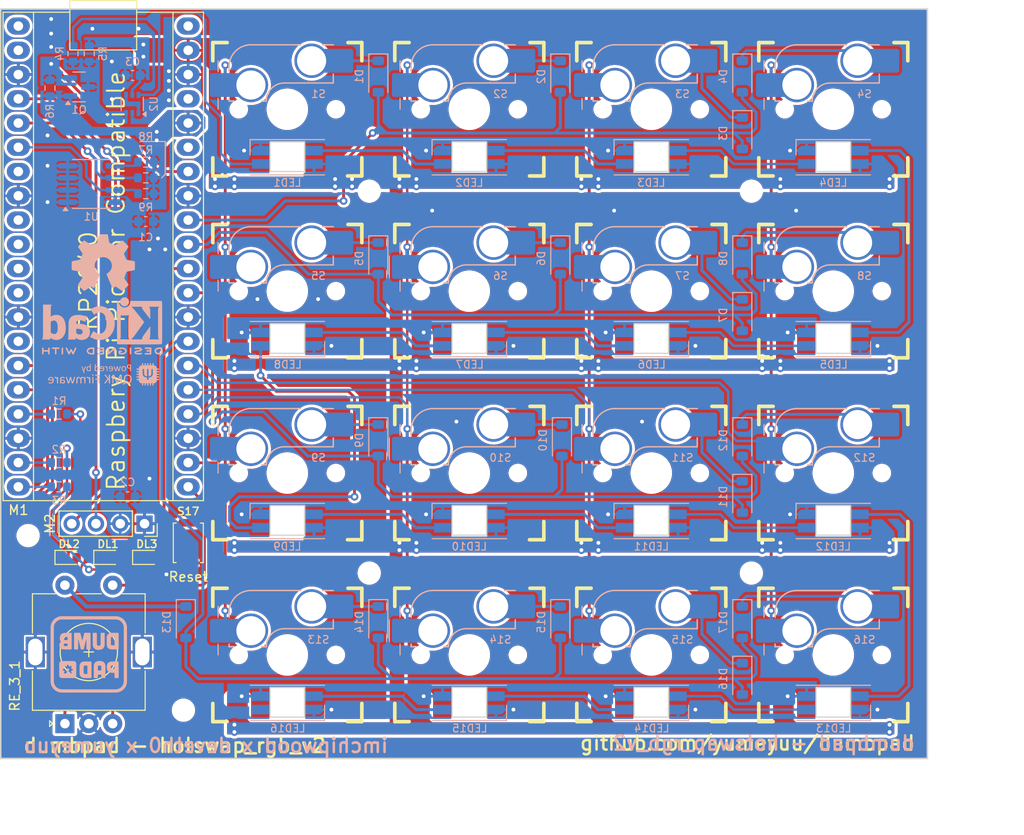
<source format=kicad_pcb>
(kicad_pcb (version 20240108) (generator "pcbnew") (generator_version "8.0")
  (layers (0 "F.Cu" signal) (31 "B.Cu" signal) (34 "B.Paste" user) (35 "F.Paste" user) (36 "B.SilkS" user "B.Silkscreen") (37 "F.SilkS" user "F.Silkscreen") (38 "B.Mask" user) (39 "F.Mask" user) (44 "Edge.Cuts" user))
  (net 0 "")
  (net 1 "GND")
  (net 2 "+3V3")
  (net 3 "/RESET")
  (net 4 "/ROW0")
  (net 5 "/ROW1")
  (net 6 "+5V")
  (net 7 "/ROW2")
  (net 8 "/ROW3")
  (net 9 "/LED1")
  (net 10 "/LED2")
  (net 11 "/LED0")
  (net 12 "/COL4")
  (net 13 "/COL3")
  (net 14 "/COL2")
  (net 15 "/COL1")
  (net 16 "/COL0")
  (net 17 "Net-(LED1-DOUT)")
  (net 18 "Net-(LED2-DOUT)")
  (net 19 "Net-(LED3-DOUT)")
  (net 20 "Net-(D17-K)")
  (net 21 "Net-(LED5-DOUT)")
  (net 22 "/RGB_Matrix/KEY_LEDS")
  (net 23 "Net-(LED10-DIN)")
  (net 24 "Net-(LED10-DOUT)")
  (net 25 "Net-(LED11-DOUT)")
  (net 26 "Net-(LED12-DOUT)")
  (net 27 "Net-(LED13-DOUT)")
  (net 28 "Net-(LED15-DOUT)")
  (net 31 "/SDA")
  (net 32 "/SCL")
  (net 33 "/WP")
  (net 40 "/ENC0_L0")
  (net 41 "/ENC0_L1")
  (net 42 "/DLEDS")
  (net 46 "Net-(D1-K)")
  (net 47 "Net-(D2-K)")
  (net 48 "Net-(D3-K)")
  (net 49 "Net-(D4-K)")
  (net 50 "Net-(D5-K)")
  (net 51 "Net-(D6-K)")
  (net 52 "Net-(D7-K)")
  (net 53 "Net-(D8-K)")
  (net 54 "Net-(D9-K)")
  (net 55 "Net-(D10-K)")
  (net 56 "Net-(D11-K)")
  (net 57 "Net-(D12-K)")
  (net 58 "Net-(D13-K)")
  (net 59 "Net-(D14-K)")
  (net 60 "Net-(D15-K)")
  (net 61 "Net-(D16-K)")
  (net 62 "Net-(U2-Pad1)")
  (net 63 "Net-(DL1-A)")
  (net 64 "Net-(DL2-A)")
  (net 65 "Net-(DL3-A)")
  (net 66 "Net-(Q1-D)")
  (net 67 "Net-(LED4-DOUT)")
  (net 68 "Net-(LED6-DOUT)")
  (net 69 "Net-(LED7-DOUT)")
  (net 70 "Net-(LED8-DOUT)")
  (net 71 "Net-(LED14-DOUT)")
  (footprint "PCM_SL_Development_Boards:raspberry_pi_pico_THT" (layer "F.Cu") (at 101.844 67.5385)
    (property "Reference" "M1")
    (property "Value" "Raspberry_Pi_Pico")
  )
  (footprint "dumbpad:YS-SK6812MINI-E" (layer "F.Cu") (at 149.0511 100.33)
    (property "Reference" "LED7")
    (property "Value" "SK6812MINI")
  )
  (footprint "dumbpad:SW_Push_SPST_NO_Alps_SKRK" (layer "F.Cu") (at 119.634 121.666 90)
    (property "Reference" "S17")
    (property "Value" "SPST Push Button")
  )
  (footprint "MountingHole:MountingHole_2.2mm_M2_DIN965" (layer "F.Cu") (at 138.5761 124.8286)
    (property "Reference" "H3" (hide yes))
    (property "Value" "M2")
  )
  (footprint "LED_SMD:LED_0603_1608Metric" (layer "F.Cu") (at 107.1625 123.19)
    (property "Reference" "DL2")
    (property "Value" "white")
  )
  (footprint "MountingHole:MountingHole_2.2mm_M2_DIN965" (layer "F.Cu") (at 119.126 139.192)
    (property "Reference" "H6" (hide yes))
    (property "Value" "M2")
  )
  (footprint "dumbpad:YS-SK6812MINI-E" (layer "F.Cu") (at 187.1511 81.28 180)
    (property "Reference" "LED4")
    (property "Value" "SK6812MINI")
  )
  (footprint "MountingHole:MountingHole_2.2mm_M2_DIN965" (layer "F.Cu") (at 178.5761 124.8286)
    (property "Reference" "H4" (hide yes))
    (property "Value" "M2")
  )
  (footprint "dumbpad:YS-SK6812MINI-E" (layer "F.Cu") (at 187.1511 119.38 180)
    (property "Reference" "LED12")
    (property "Value" "SK6812MINI")
  )
  (footprint "dumbpad:YS-SK6812MINI-E" (layer "F.Cu") (at 168.1011 81.28 180)
    (property "Reference" "LED3")
    (property "Value" "SK6812MINI")
  )
  (footprint "dumbpad:YS-SK6812MINI-E" (layer "F.Cu") (at 130.0011 138.43)
    (property "Reference" "LED16")
    (property "Value" "SK6812MINI")
  )
  (footprint "MountingHole:MountingHole_2.2mm_M2_DIN965" (layer "F.Cu") (at 102.87 120.904)
    (property "Reference" "H5" (hide yes))
    (property "Value" "M2")
  )
  (footprint "dumbpad:YS-SK6812MINI-E" (layer "F.Cu") (at 149.0511 119.38 180)
    (property "Reference" "LED10")
    (property "Value" "SK6812MINI")
  )
  (footprint "dumbpad:RotaryEncoder_Alps_EC11E-Switch_Vertical_H20mm" (layer "F.Cu") (at 106.72 140.6 90)
    (property "Reference" "RE_3_1")
    (property "Value" "CHERRY-MX-ENCODER")
  )
  (footprint "dumbpad:YS-SK6812MINI-E" (layer "F.Cu") (at 149.0511 81.28 180)
    (property "Reference" "LED2")
    (property "Value" "SK6812MINI")
  )
  (footprint "dumbpad:YS-SK6812MINI-E" (layer "F.Cu") (at 187.1511 138.43)
    (property "Reference" "LED13")
    (property "Value" "SK6812MINI")
  )
  (footprint "dumbpad:YS-SK6812MINI-E" (layer "F.Cu") (at 187.1511 100.33)
    (property "Reference" "LED5")
    (property "Value" "SK6812MINI")
  )
  (footprint "dumbpad:YS-SK6812MINI-E" (layer "F.Cu") (at 168.1011 100.33)
    (property "Reference" "LED6")
    (property "Value" "SK6812MINI")
  )
  (footprint "dumbpad:YS-SK6812MINI-E" (layer "F.Cu") (at 130.0011 81.28 180)
    (property "Reference" "LED1")
    (property "Value" "SK6812MINI")
  )
  (footprint "dumbpad:YS-SK6812MINI-E" (layer "F.Cu") (at 130.0011 119.38 180)
    (property "Reference" "LED9")
    (property "Value" "SK6812MINI")
  )
  (footprint "dumbpad:YS-SK6812MINI-E" (layer "F.Cu") (at 168.1011 119.38 180)
    (property "Reference" "LED11")
    (property "Value" "SK6812MINI")
  )
  (footprint "MountingHole:MountingHole_2.2mm_M2_DIN965" (layer "F.Cu") (at 138.5761 84.8286)
    (property "Reference" "H1" (hide yes))
    (property "Value" "M2")
  )
  (footprint "MountingHole:MountingHole_2.2mm_M2_DIN965" (layer "F.Cu") (at 178.5761 84.8286)
    (property "Reference" "H2" (hide yes))
    (property "Value" "M2")
  )
  (footprint "dumbpad:YS-SK6812MINI-E" (layer "F.Cu") (at 149.0511 138.43)
    (property "Reference" "LED15")
    (property "Value" "SK6812MINI")
  )
  (footprint "dumbpad:YS-SK6812MINI-E" (layer "F.Cu") (at 130.0011 100.33)
    (property "Reference" "LED8")
    (property "Value" "SK6812MINI")
  )
  (footprint "dumbpad:YS-SK6812MINI-E" (layer "F.Cu") (at 168.1011 138.43)
    (property "Reference" "LED14")
    (property "Value" "SK6812MINI")
  )
  (footprint "Connector_PinSocket_2.54mm:PinSocket_1x04_P2.54mm_Vertical" (layer "F.Cu") (at 115.052 119.659 -90)
    (property "Reference" "M2")
    (property "Value" "0.91\"_OLED")
  )
  (footprint "LED_SMD:LED_0603_1608Metric" (layer "F.Cu") (at 111.2265 123.19)
    (property "Reference" "DL1")
    (property "Value" "white")
  )
  (footprint "LED_SMD:LED_0603_1608Metric" (layer "F.Cu") (at 115.2905 123.19)
    (property "Reference" "DL3")
    (property "Value" "blue")
  )
  (footprint "dumbpad:Kailh-CPG151101S11_MX_Socket-1.00u" (layer "B.Cu") (at 130.0011 76.2536 180)
    (property "Reference" "S1")
    (property "Value" "KB_Switch" (hide yes))
    (fp_line (start 1.8 -3.41) (end -1.8 -3.41) (stroke (width 0.12)) (layer "Edge.Cuts"))
    (fp_line (start 1.8 -6.51) (end 1.8 -3.41) (stroke (width 0.12)) (layer "Edge.Cuts"))
    (fp_line (start -1.8 -3.41) (end -1.8 -6.51) (stroke (width 0.12)) (layer "Edge.Cuts"))
    (fp_line (start -1.8 -6.51) (end 1.8 -6.51) (stroke (width 0.12)) (layer "Edge.Cuts"))
  )
  (footprint "Diode_SMD:D_SOD-123" (layer "B.Cu") (at 158.75 110.9236 -90)
    (property "Reference" "D10")
    (property "Value" "1N4148W")
  )
  (footprint "Capacitor_SMD:C_0603_1608Metric" (layer "B.Cu") (at 115.189 88.011)
    (property "Reference" "C1")
    (property "Value" "0.1u")
  )
  (footprint "dumbpad:Kailh-CPG151101S11_MX_Socket-1.00u" (layer "B.Cu") (at 168.1011 133.4036 180)
    (property "Reference" "S15")
    (property "Value" "KB_Switch" (hide yes))
    (fp_line (start 1.8 -3.41) (end -1.8 -3.41) (stroke (width 0.12)) (layer "Edge.Cuts"))
    (fp_line (start 1.8 -6.51) (end 1.8 -3.41) (stroke (width 0.12)) (layer "Edge.Cuts"))
    (fp_line (start -1.8 -3.41) (end -1.8 -6.51) (stroke (width 0.12)) (layer "Edge.Cuts"))
    (fp_line (start -1.8 -6.51) (end 1.8 -6.51) (stroke (width 0.12)) (layer "Edge.Cuts"))
  )
  (footprint "dumbpad:Kailh-CPG151101S11_MX_Socket-1.00u" (layer "B.Cu") (at 187.1511 95.3036 180)
    (property "Reference" "S8")
    (property "Value" "KB_Switch" (hide yes))
    (fp_line (start 1.8 -3.41) (end -1.8 -3.41) (stroke (width 0.12)) (layer "Edge.Cuts"))
    (fp_line (start 1.8 -6.51) (end 1.8 -3.41) (stroke (width 0.12)) (layer "Edge.Cuts"))
    (fp_line (start -1.8 -3.41) (end -1.8 -6.51) (stroke (width 0.12)) (layer "Edge.Cuts"))
    (fp_line (start -1.8 -6.51) (end 1.8 -6.51) (stroke (width 0.12)) (layer "Edge.Cuts"))
  )
  (footprint "dumbpad:Kailh-CPG151101S11_MX_Socket-1.00u" (layer "B.Cu") (at 149.0511 76.2536 180)
    (property "Reference" "S2")
    (property "Value" "KB_Switch" (hide yes))
    (fp_line (start 1.8 -3.41) (end -1.8 -3.41) (stroke (width 0.12)) (layer "Edge.Cuts"))
    (fp_line (start 1.8 -6.51) (end 1.8 -3.41) (stroke (width 0.12)) (layer "Edge.Cuts"))
    (fp_line (start -1.8 -3.41) (end -1.8 -6.51) (stroke (width 0.12)) (layer "Edge.Cuts"))
    (fp_line (start -1.8 -6.51) (end 1.8 -6.51) (stroke (width 0.12)) (layer "Edge.Cuts"))
  )
  (footprint "Diode_SMD:D_SOD-123" (layer "B.Cu") (at 177.6261 91.8736 -90)
    (property "Reference" "D8")
    (property "Value" "1N4148W")
  )
  (footprint "Diode_SMD:D_SOD-123" (layer "B.Cu") (at 158.5761 91.8736 -90)
    (property "Reference" "D6")
    (property "Value" "1N4148W")
  )
  (footprint "dumbpad:Kailh-CPG151101S11_MX_Socket-1.00u" (layer "B.Cu") (at 187.1511 76.2536 180)
    (property "Reference" "S4")
    (property "Value" "KB_Switch" (hide yes))
    (fp_line (start 1.8 -3.41) (end -1.8 -3.41) (stroke (width 0.12)) (layer "Edge.Cuts"))
    (fp_line (start 1.8 -6.51) (end 1.8 -3.41) (stroke (width 0.12)) (layer "Edge.Cuts"))
    (fp_line (start -1.8 -3.41) (end -1.8 -6.51) (stroke (width 0.12)) (layer "Edge.Cuts"))
    (fp_line (start -1.8 -6.51) (end 1.8 -6.51) (stroke (width 0.12)) (layer "Edge.Cuts"))
  )
  (footprint "dumbpad:Kailh-CPG151101S11_MX_Socket-1.00u" (layer "B.Cu") (at 130.0011 95.3036 180)
    (property "Reference" "S5")
    (property "Value" "KB_Switch" (hide yes))
    (fp_line (start 1.8 -3.41) (end -1.8 -3.41) (stroke (width 0.12)) (layer "Edge.Cuts"))
    (fp_line (start 1.8 -6.51) (end 1.8 -3.41) (stroke (width 0.12)) (layer "Edge.Cuts"))
    (fp_line (start -1.8 -3.41) (end -1.8 -6.51) (stroke (width 0.12)) (layer "Edge.Cuts"))
    (fp_line (start -1.8 -6.51) (end 1.8 -6.51) (stroke (width 0.12)) (layer "Edge.Cuts"))
  )
  (footprint "Diode_SMD:D_SOD-123" (layer "B.Cu") (at 177.6261 72.8236 -90)
    (property "Reference" "D4")
    (property "Value" "1N4148W")
  )
  (footprint "dumbpad:Kailh-CPG151101S11_MX_Socket-1.00u" (layer "B.Cu") (at 149.0511 133.4036 180)
    (property "Reference" "S14")
    (property "Value" "KB_Switch" (hide yes))
    (fp_line (start 1.8 -3.41) (end -1.8 -3.41) (stroke (width 0.12)) (layer "Edge.Cuts"))
    (fp_line (start 1.8 -6.51) (end 1.8 -3.41) (stroke (width 0.12)) (layer "Edge.Cuts"))
    (fp_line (start -1.8 -3.41) (end -1.8 -6.51) (stroke (width 0.12)) (layer "Edge.Cuts"))
    (fp_line (start -1.8 -6.51) (end 1.8 -6.51) (stroke (width 0.12)) (layer "Edge.Cuts"))
  )
  (footprint "dumbpad:Kailh-CPG151101S11_MX_Socket-1.00u" (layer "B.Cu") (at 168.1011 114.3536 180)
    (property "Reference" "S11")
    (property "Value" "KB_Switch" (hide yes))
    (fp_line (start 1.8 -3.41) (end -1.8 -3.41) (stroke (width 0.12)) (layer "Edge.Cuts"))
    (fp_line (start 1.8 -6.51) (end 1.8 -3.41) (stroke (width 0.12)) (layer "Edge.Cuts"))
    (fp_line (start -1.8 -3.41) (end -1.8 -6.51) (stroke (width 0.12)) (layer "Edge.Cuts"))
    (fp_line (start -1.8 -6.51) (end 1.8 -6.51) (stroke (width 0.12)) (layer "Edge.Cuts"))
  )
  (footprint "dumbpad:Kailh-CPG151101S11_MX_Socket-1.00u" (layer "B.Cu") (at 168.1011 95.3036 180)
    (property "Reference" "S7")
    (property "Value" "KB_Switch" (hide yes))
    (fp_line (start 1.8 -3.41) (end -1.8 -3.41) (stroke (width 0.12)) (layer "Edge.Cuts"))
    (fp_line (start 1.8 -6.51) (end 1.8 -3.41) (stroke (width 0.12)) (layer "Edge.Cuts"))
    (fp_line (start -1.8 -3.41) (end -1.8 -6.51) (stroke (width 0.12)) (layer "Edge.Cuts"))
    (fp_line (start -1.8 -6.51) (end 1.8 -6.51) (stroke (width 0.12)) (layer "Edge.Cuts"))
  )
  (footprint "dumbpad:Kailh-CPG151101S11_MX_Socket-1.00u" (layer "B.Cu") (at 149.0511 95.3036 180)
    (property "Reference" "S6")
    (property "Value" "KB_Switch" (hide yes))
    (fp_line (start 1.8 -3.41) (end -1.8 -3.41) (stroke (width 0.12)) (layer "Edge.Cuts"))
    (fp_line (start 1.8 -6.51) (end 1.8 -3.41) (stroke (width 0.12)) (layer "Edge.Cuts"))
    (fp_line (start -1.8 -3.41) (end -1.8 -6.51) (stroke (width 0.12)) (layer "Edge.Cuts"))
    (fp_line (start -1.8 -6.51) (end 1.8 -6.51) (stroke (width 0.12)) (layer "Edge.Cuts"))
  )
  (footprint "dumbpad:qmk_powered_logo" (layer "B.Cu") (at 110.744 104.013 180)
    (property "Reference" "G***" (hide yes))
    (property "Value" "LOGO" (hide yes))
  )
  (footprint "Diode_SMD:D_SOD-123" (layer "B.Cu") (at 139.5261 110.9236 -90)
    (property "Reference" "D9")
    (property "Value" "1N4148W")
  )
  (footprint "Resistor_SMD:R_0603_1608Metric" (layer "B.Cu") (at 115.189 81.788)
    (property "Reference" "R7")
    (property "Value" "10k")
  )
  (footprint "Resistor_SMD:R_0603_1608Metric" (layer "B.Cu") (at 109.267 70.426 90)
    (property "Reference" "R5")
    (property "Value" "10k")
  )
  (footprint "Package_TO_SOT_SMD:SOT-363_SC-70-6" (layer "B.Cu") (at 113.7675 75.692 90)
    (property "Reference" "U2")
    (property "Value" "74LVC2GU04")
  )
  (footprint "Package_TO_SOT_SMD:SOT-23" (layer "B.Cu") (at 108.204 73.914)
    (property "Reference" "Q1")
    (property "Value" "2N7002")
  )
  (footprint "Package_SO:SOIC-8_3.9x4.9mm_P1.27mm" (layer "B.Cu") (at 109.474 84.074)
    (property "Reference" "U1")
    (property "Value" "24LC256")
  )
  (footprint "Diode_SMD:D_SOD-123" (layer "B.Cu") (at 177.6261 116.855 -90)
    (property "Reference" "D11")
    (property "Value" "1N4148W")
  )
  (footprint "Resistor_SMD:R_0603_1608Metric" (layer "B.Cu") (at 115.189 83.439)
    (property "Reference" "R8")
    (property "Value" "10k")
  )
  (footprint "Diode_SMD:D_SOD-123" (layer "B.Cu") (at 139.5261 129.9736 -90)
    (property "Reference" "D14")
    (property "Value" "1N4148W")
  )
  (footprint "Symbol:KiCad-Logo2_5mm_SilkScreen" (layer "B.Cu") (at 110.617 98.933 180)
    (property "Reference" "G1" (hide yes))
    (property "Value" "KiCad-Logo2_5mm_SilkScreen" (hide yes))
  )
  (footprint "dumbpad:Kailh-CPG151101S11_MX_Socket-1.00u" (layer "B.Cu") (at 187.1511 114.3536 180)
    (property "Reference" "S12")
    (property "Value" "KB_Switch" (hide yes))
    (fp_line (start 1.8 -3.41) (end -1.8 -3.41) (stroke (width 0.12)) (layer "Edge.Cuts"))
    (fp_line (start 1.8 -6.51) (end 1.8 -3.41) (stroke (width 0.12)) (layer "Edge.Cuts"))
    (fp_line (start -1.8 -3.41) (end -1.8 -6.51) (stroke (width 0.12)) (layer "Edge.Cuts"))
    (fp_line (start -1.8 -6.51) (end 1.8 -6.51) (stroke (width 0.12)) (layer "Edge.Cuts"))
  )
  (footprint "Resistor_SMD:R_0603_1608Metric" (layer "B.Cu") (at 105.156 74.039 -90)
    (property "Reference" "R6")
    (property "Value" "10k")
  )
  (footprint "Resistor_SMD:R_0603_1608Metric" (layer "B.Cu") (at 106.108 115.7985)
    (property "Reference" "R3")
    (property "Value" "1k")
  )
  (footprint "Diode_SMD:D_SOD-123" (layer "B.Cu") (at 119.38 129.9736 -90)
    (property "Reference" "D13")
    (property "Value" "1N4148W")
  )
  (footprint "Resistor_SMD:R_0603_1608Metric" (layer "B.Cu") (at 115.189 85.09)
    (property "Reference" "R9")
    (property "Value" "10k")
  )
  (footprint "Capacitor_SMD:C_0603_1608Metric" (layer "B.Cu") (at 113.287 116.84)
    (property "Reference" "C2")
    (property "Value" "0.1u")
  )
  (footprint "Diode_SMD:D_SOD-123" (layer "B.Cu") (at 177.6261 97.805 -90)
    (property "Reference" "D7")
    (property "Value" "1N4148W")
  )
  (footprint "Resistor_SMD:R_0603_1608Metric" (layer "B.Cu") (at 106.108 108.1785)
    (property "Reference" "R1")
    (property "Value" "1k")
  )
  (footprint "dumbpad:Kailh-CPG151101S11_MX_Socket-1.00u" (layer "B.Cu") (at 168.1011 76.2536 180)
    (property "Reference" "S3")
    (property "Value" "KB_Switch" (hide yes))
    (fp_line (start 1.8 -3.41) (end -1.8 -3.41) (stroke (width 0.12)) (layer "Edge.Cuts"))
    (fp_line (start 1.8 -6.51) (end 1.8 -3.41) (stroke (width 0.12)) (layer "Edge.Cuts"))
    (fp_line (start -1.8 -3.41) (end -1.8 -6.51) (stroke (width 0.12)) (layer "Edge.Cuts"))
    (fp_line (start -1.8 -6.51) (end 1.8 -6.51) (stroke (width 0.12)) (layer "Edge.Cuts"))
  )
  (footprint "Diode_SMD:D_SOD-123" (layer "B.Cu") (at 139.5261 91.8736 -90)
    (property "Reference" "D5")
    (property "Value" "1N4148W")
  )
  (footprint "Diode_SMD:D_SOD-123" (layer "B.Cu") (at 177.6261 129.9772 -90)
    (property "Reference" "D17")
    (property "Value" "1N4148W")
  )
  (footprint "Diode_SMD:D_SOD-123" (layer "B.Cu") (at 158.5761 129.9736 -90)
    (property "Reference" "D15")
    (property "Value" "1N4148W")
  )
  (footprint "Diode_SMD:D_SOD-123" (layer "B.Cu") (at 177.6261 78.755 -90)
    (property "Reference" "D3")
    (property "Value" "1N4148W")
  )
  (footprint "Capacitor_SMD:C_0603_1608Metric" (layer "B.Cu") (at 113.805 72.71 180)
    (property "Reference" "C3")
    (property "Value" "0.1u")
  )
  (footprint "Diode_SMD:D_SOD-123" (layer "B.Cu") (at 177.6261 135.905 -90)
    (property "Reference" "D16")
    (property "Value" "1N4148W")
  )
  (footprint "Symbol:OSHW-Symbol_6.7x6mm_SilkScreen" (layer "B.Cu") (at 110.744 92.329 180)
    (property "Reference" "REF**" (hide yes))
    (property "Value" "OSHW-Symbol_6.7x6mm_SilkScreen" (hide yes))
  )
  (footprint "dumbpad:Kailh-CPG151101S11_MX_Socket-1.00u" (layer "B.Cu") (at 130.0011 133.4072 180)
    (property "Reference" "S13")
    (property "Value" "KB_Switch" (hide yes))
    (fp_line (start 1.8 -3.41) (end -1.8 -3.41) (stroke (width 0.12)) (layer "Edge.Cuts"))
    (fp_line (start 1.8 -6.51) (end 1.8 -3.41) (stroke (width 0.12)) (layer "Edge.Cuts"))
    (fp_line (start -1.8 -3.41) (end -1.8 -6.51) (stroke (width 0.12)) (layer "Edge.Cuts"))
    (fp_line (start -1.8 -6.51) (end 1.8 -6.51) (stroke (width 0.12)) (layer "Edge.Cuts"))
  )
  (footprint "dumbpad:Kailh-CPG151101S11_MX_Socket-1.00u" (layer "B.Cu") (at 130.0011 114.3536 180)
    (property "Reference" "S9")
    (property "Value" "KB_Switch" (hide yes))
    (fp_line (start 1.8 -3.41) (end -1.8 -3.41) (stroke (width 0.12)) (layer "Edge.Cuts"))
    (fp_line (start 1.8 -6.51) (end 1.8 -3.41) (stroke (width 0.12)) (layer "Edge.Cuts"))
    (fp_line (start -1.8 -3.41) (end -1.8 -6.51) (stroke (width 0.12)) (layer "Edge.Cuts"))
    (fp_line (start -1.8 -6.51) (end 1.8 -6.51) (stroke (width 0.12)) (layer "Edge.Cuts"))
  )
  (footprint "Resistor_SMD:R_0603_1608Metric" (layer "B.Cu") (at 107.569 70.426 90)
    (property "Reference" "R4")
    (property "Value" "0")
  )
  (footprint "Diode_SMD:D_SOD-123" (layer "B.Cu") (at 139.5261 72.8236 -90)
    (property "Reference" "D1")
    (property "Value" "1N4148W")
  )
  (footprint "Resistor_SMD:R_0603_1608Metric" (layer "B.Cu") (at 106.108 113.2585)
    (property "Reference" "R2")
    (property "Value" "1k")
  )
  (footprint "dumbpad:Kailh-CPG151101S11_MX_Socket-1.00u" (layer "B.Cu") (at 187.1511 133.4072 180)
    (property "Reference" "S16")
    (property "Value" "KB_Switch" (hide yes))
    (fp_line (start 1.8 -3.41) (end -1.8 -3.41) (stroke (width 0.12)) (layer "Edge.Cuts"))
    (fp_line (start 1.8 -6.51) (end 1.8 -3.41) (stroke (width 0.12)) (layer "Edge.Cuts"))
    (fp_line (start -1.8 -3.41) (end -1.8 -6.51) (stroke (width 0.12)) (layer "Edge.Cuts"))
    (fp_line (start -1.8 -6.51) (end 1.8 -6.51) (stroke (width 0.12)) (layer "Edge.Cuts"))
  )
  (footprint "Diode_SMD:D_SOD-123" (layer "B.Cu") (at 177.6261 110.9236 -90)
    (property "Reference" "D12")
    (property "Value" "1N4148W")
  )
  (footprint "Diode_SMD:D_SOD-123" (layer "B.Cu") (at 158.5761 72.8236 -90)
    (property "Reference" "D2")
    (property "Value" "1N4148W")
  )
  (footprint "dumbpad:Kailh-CPG151101S11_MX_Socket-1.00u" (layer "B.Cu") (at 149.0511 114.3536 180)
    (property "Reference" "S10")
    (property "Value" "KB_Switch" (hide yes))
    (fp_line (start 1.8 -3.41) (end -1.8 -3.41) (stroke (width 0.12)) (layer "Edge.Cuts"))
    (fp_line (start 1.8 -6.51) (end 1.8 -3.41) (stroke (width 0.12)) (layer "Edge.Cuts"))
    (fp_line (start -1.8 -3.41) (end -1.8 -6.51) (stroke (width 0.12)) (layer "Edge.Cuts"))
    (fp_line (start -1.8 -6.51) (end 1.8 -6.51) (stroke (width 0.12)) (layer "Edge.Cuts"))
  )
  (footprint "dumbpad:dumbpad_logo" (layer "B.Cu") (at 109.22 133.349967 180)
    (property "Reference" "G***" (hide yes))
    (property "Value" "LOGO" (hide yes))
  )
  (gr_line (start 117.221 83.058) (end 116.84 83.439) (stroke (width 0.12)) (layer "B.SilkS"))
  (gr_line (start 114.554 79.629) (end 117.221 79.629) (stroke (width 0.12)) (layer "B.SilkS"))
  (gr_line (start 117.221 79.629) (end 117.221 83.058) (stroke (width 0.12)) (layer "B.SilkS"))
  (gr_line (start 100.0011 67.7536) (end 100.0011 144.2536) (stroke (width 0.1524)) (layer "Edge.Cuts"))
  (gr_line (start 100.0011 65.7536) (end 100.0011 67.7536) (stroke (width 0.1524)) (layer "Edge.Cuts"))
  (gr_line (start 197.0011 144.2536) (end 197.0011 65.7536) (stroke (width 0.1524)) (layer "Edge.Cuts"))
  (gr_line (start 197.0011 65.7536) (end 100.0011 65.7536) (stroke (width 0.1524)) (layer "Edge.Cuts"))
  (gr_line (start 100.0011 144.2536) (end 197.0011 144.2536) (stroke (width 0.1524)) (layer "Edge.Cuts"))
  (gr_text "imchipwood x deveth0 x yumeyuu" (at 102.2511 143.764 0) (layer "B.SilkS") (effects (font (size 1.4875 1.4875) (thickness 0.2625)) (justify right bottom mirror)))
  (gr_text "dumbpad - hotswap_rgb_v2" (at 195.834 143.51 0) (layer "B.SilkS") (effects (font (size 1.4875 1.4875) (thickness 0.2625)) (justify left bottom mirror)))
  (gr_text "RP2040\nRaspbery Pi Pico or Compatible" (at 110.617 94.234 90) (layer "F.SilkS") (effects (font (size 1.8 1.8) (thickness 0.2))))
  (gr_text "dumbpad - hotswap_rgb_v2" (at 102.2511 143.764 0) (layer "F.SilkS") (effects (font (size 1.4875 1.4875) (thickness 0.2625)) (justify left bottom)))
  (gr_text "github.com/yumeyuu/dumbpad" (at 195.834 143.51 0) (layer "F.SilkS") (effects (font (size 1.4875 1.4875) (thickness 0.2625)) (justify right bottom)))
  (via (at 104.902 78.994) (size 0.8) (drill 0.4) (layers "F.Cu" "B.Cu") (net 1))
  (via (at 104.902 85.979) (size 0.8) (drill 0.4) (layers "F.Cu" "B.Cu") (net 1))
  (via (at 191.77 139.1336) (size 0.8) (drill 0.4) (layers "F.Cu" "B.Cu") (net 1))
  (via (at 134.62 139.1336) (size 0.8) (drill 0.4) (layers "F.Cu" "B.Cu") (net 1))
  (via (at 117.602 73.279) (size 0.8) (drill 0.4) (layers "F.Cu" "B.Cu") (net 1))
  (via (at 147.701 108.966) (size 0.8) (drill 0.4) (layers "F.Cu" "B.Cu") (net 1))
  (via (at 115.57 114.935) (size 0.8) (drill 0.4) (layers "F.Cu" "B.Cu") (net 1))
  (via (at 153.67 139.13) (size 0.8) (drill 0.4) (layers "F.Cu" "B.Cu") (net 1))
  (via (at 125.476 80.58) (size 0.8) (drill 0.4) (layers "F.Cu" "B.Cu") (net 1))
  (via (at 144.526 80.58) (size 0.8) (drill 0.4) (layers "F.Cu" "B.Cu") (net 1))
  (via (at 117.602 72.263) (size 0.8) (drill 0.4) (layers "F.Cu" "B.Cu") (net 1))
  (via (at 134.62 101.03) (size 0.8) (drill 0.4) (layers "F.Cu" "B.Cu") (net 1))
  (via (at 183.261 86.868) (size 0.8) (drill 0.4) (layers "F.Cu" "B.Cu") (net 1))
  (via (at 105.283 68.326) (size 0.8) (drill 0.4) (layers "F.Cu" "B.Cu") (net 1))
  (via (at 167.132 108.966) (size 0.8) (drill 0.4) (layers "F.Cu" "B.Cu") (net 1))
  (via (at 111.633 71.247) (size 0.8) (drill 0.4) (layers "F.Cu" "B.Cu") (net 1))
  (via (at 172.72 139.13) (size 0.8) (drill 0.4) (layers "F.Cu" "B.Cu") (net 1))
  (via (at 111.633 75.184) (size 0.8) (drill 0.4) (layers "F.Cu" "B.Cu") (net 1))
  (via (at 126.873 96.139) (size 0.8) (drill 0.4) (layers "F.Cu" "B.Cu") (net 1))
  (via (at 172.72 101.03) (size 0.8) (drill 0.4) (layers "F.Cu" "B.Cu") (net 1))
  (via (at 182.626 118.68) (size 0.8) (drill 0.4) (layers "F.Cu" "B.Cu") (net 1))
  (via (at 164.211 86.868) (size 0.8) (drill 0.4) (layers "F.Cu" "B.Cu") (net 1))
  (via (at 117.602 75.311) (size 0.8) (drill 0.4) (layers "F.Cu" "B.Cu") (net 1))
  (via (at 115.57 90.932) (size 0.8) (drill 0.4) (layers "F.Cu" "B.Cu") (net 1))
  (via (at 109.601 67.818) (size 0.8) (drill 0.4) (layers "F.Cu" "B.Cu") (net 1))
  (via (at 163.576 118.68) (size 0.8) (drill 0.4) (layers "F.Cu" "B.Cu") (net 1))
  (via (at 133.223 96.139) (size 0.8) (drill 0.4) (layers "F.Cu" "B.Cu") (net 1))
  (via (at 191.77 101.03) (size 0.8) (drill 0.4) (layers "F.Cu" "B.Cu") (net 1))
  (via (at 114.427 67.818) (size 0.8) (drill 0.4) (layers "F.Cu" "B.Cu") (net 1))
  (via (at 153.67 101.03) (size 0.8) (drill 0.4) (layers "F.Cu" "B.Cu") (net 1))
  (via (at 144.526 118.68) (size 0.8) (drill 0.4) (layers "F.Cu" "B.Cu") (net 1))
  (via (at 116.459 89.789) (size 0.8) (drill 0.4) (layers "F.Cu" "B.Cu") (net 1))
  (via (at 117.221 90.932) (size 0.8) (drill 0.4) (layers "F.Cu" "B.Cu") (net 1))
  (via (at 117.348 124.968) (size 0.8) (drill 0.4) (layers "F.Cu" "B.Cu") (net 1))
  (via (at 105.283 69.723) (size 0.8) (drill 0.4) (layers "F.Cu" "B.Cu") (net 1))
  (via (at 104.902 82.169) (size 0.8) (drill 0.4) (layers "F.Cu" "B.Cu") (net 1))
  (via (at 145.161 86.868) (size 0.8) (drill 0.4) (layers "F.Cu" "B.Cu") (net 1))
  (via (at 117.602 74.295) (size 0.8) (drill 0.4) (layers "F.Cu" "B.Cu") (net 1))
  (via (at 182.626 80.58) (size 0.8) (drill 0.4) (layers "F.Cu" "B.Cu") (net 1))
  (via (at 105.283 66.802) (size 0.8) (drill 0.4) (layers "F.Cu" "B.Cu") (net 1))
  (via (at 163.576 80.58) (size 0.8) (drill 0.4) (layers "F.Cu" "B.Cu") (net 1))
  (via (at 125.222 118.68) (size 0.8) (drill 0.4) (layers "F.Cu" "B.Cu") (net 1))
  (segment (start 132.8047 139.1336) (end 132.8011 139.13) (width 0.3) (layer "B.Cu") (net 1))
  (segment (start 189.9547 139.1336) (end 189.9511 139.13) (width 0.3) (layer "B.Cu") (net 1))
  (via (at 116.332 79.502) (size 0.8) (drill 0.4) (layers "F.Cu" "B.Cu") (net 2))
  (via (at 116.332 78.613) (size 0.8) (drill 0.4) (layers "F.Cu" "B.Cu") (net 2))
  (segment (start 119.634 119.566) (end 117.661 119.566) (width 0.3) (layer "F.Cu") (net 3))
  (segment (start 117.661 119.566) (end 117.094 118.999) (width 0.3) (layer "F.Cu") (net 3))
  (segment (start 117.094 93.599) (end 117.7545 92.9385) (width 0.3) (layer "F.Cu") (net 3))
  (segment (start 117.094 118.999) (end 117.094 93.599) (width 0.3) (layer "F.Cu") (net 3))
  (segment (start 117.7545 92.9385) (end 119.624 92.9385) (width 0.3) (layer "F.Cu") (net 3))
  (segment (start 138.938 78.74) (end 135.89 81.788) (width 0.3) (layer "F.Cu") (net 4))
  (segment (start 135.89 81.788) (end 135.89 85.852) (width 0.3) (layer "F.Cu") (net 4))
  (via (at 138.938 78.74) (size 0.8) (drill 0.4) (layers "F.Cu" "B.Cu") (net 4))
  (via (at 135.89 85.852) (size 0.8) (drill 0.4) (layers "F.Cu" "B.Cu") (net 4))
  (segment (start 138.938 78.74) (end 139.5261 78.1519) (width 0.3) (layer "B.Cu") (net 4))
  (segment (start 178.562 78.74) (end 157.988 78.74) (width 0.3) (layer "B.Cu") (net 4))
  (segment (start 139.5261 78.1519) (end 139.5261 74.4736) (width 0.3) (layer "B.Cu") (net 4))
  (segment (start 127.7875 87.8585) (end 119.624 87.8585) (width 0.3) (layer "B.Cu") (net 4))
  (segment (start 135.89 85.852) (end 129.794 85.852) (width 0.3) (layer "B.Cu") (net 4))
  (segment (start 177.6261 79.5821) (end 176.784 78.74) (width 0.3) (layer "B.Cu") (net 4))
  (segment (start 179.07 76.581) (end 179.07 78.232) (width 0.3) (layer "B.Cu") (net 4))
  (segment (start 177.6261 75.1371) (end 179.07 76.581) (width 0.3) (layer "B.Cu") (net 4))
  (segment (start 158.5761 78.1519) (end 157.988 78.74) (width 0.3) (layer "B.Cu") (net 4))
  (segment (start 129.794 85.852) (end 127.7875 87.8585) (width 0.3) (layer "B.Cu") (net 4))
  (segment (start 138.938 78.74) (end 157.988 78.74) (width 0.3) (layer "B.Cu") (net 4))
  (segment (start 158.5761 74.4736) (end 158.5761 78.1519) (width 0.3) (layer "B.Cu") (net 4))
  (segment (start 177.6261 74.4736) (end 177.6261 75.1371) (width 0.3) (layer "B.Cu") (net 4))
  (segment (start 177.6261 80.405) (end 177.6261 79.5821) (width 0.3) (layer "B.Cu") (net 4))
  (segment (start 179.07 78.232) (end 178.562 78.74) (width 0.3) (layer "B.Cu") (net 4))
  (segment (start 139.5261 96.3461) (end 139.5261 93.5236) (width 0.3) (layer "B.Cu") (net 5))
  (segment (start 177.6261 99.455) (end 177.6261 98.6321) (width 0.3) (layer "B.Cu") (net 5))
  (segment (start 140.97 97.79) (end 139.5261 96.3461) (width 0.3) (layer "B.Cu") (net 5))
  (segment (start 121.628 90.3985) (end 122.8725 89.154) (width 0.3) (layer "B.Cu") (net 5))
  (segment (start 179.07 95.631) (end 177.6261 94.1871) (width 0.3) (layer "B.Cu") (net 5))
  (segment (start 119.624 90.3985) (end 121.628 90.3985) (width 0.3) (layer "B.Cu") (net 5))
  (segment (start 132.1951 93.5236) (end 139.5261 93.5236) (width 0.3) (layer "B.Cu") (net 5))
  (segment (start 157.988 97.79) (end 140.97 97.79) (width 0.3) (layer "B.Cu") (net 5))
  (segment (start 158.5761 97.2019) (end 157.988 97.79) (width 0.3) (layer "B.Cu") (net 5))
  (segment (start 158.5761 93.5236) (end 158.5761 97.2019) (width 0.3) (layer "B.Cu") (net 5))
  (segment (start 177.6261 94.1871) (end 177.6261 93.5236) (width 0.3) (layer "B.Cu") (net 5))
  (segment (start 176.784 97.79) (end 178.562 97.79) (width 0.3) (layer "B.Cu") (net 5))
  (segment (start 177.6261 98.6321) (end 176.784 97.79) (width 0.3) (layer "B.Cu") (net 5))
  (segment (start 157.988 97.79) (end 176.784 97.79) (width 0.3) (layer "B.Cu") (net 5))
  (segment (start 178.562 97.79) (end 179.07 97.282) (width 0.3) (layer "B.Cu") (net 5))
  (segment (start 179.07 97.282) (end 179.07 95.631) (width 0.3) (layer "B.Cu") (net 5))
  (segment (start 122.8725 89.154) (end 127.8255 89.154) (width 0.3) (layer "B.Cu") (net 5))
  (segment (start 127.8255 89.154) (end 132.1951 93.5236) (width 0.3) (layer "B.Cu") (net 5))
  (segment (start 163.322 99.63) (end 163.322 99.568) (width 0.3) (layer "F.Cu") (net 6))
  (segment (start 125.222 137.7336) (end 125.222 137.668) (width 0.3) (layer "F.Cu") (net 6))
  (segment (start 182.372 99.63) (end 182.372 99.568) (width 0.3) (layer "F.Cu") (net 6))
  (segment (start 163.322 137.73) (end 163.322 137.668) (width 0.3) (layer "F.Cu") (net 6))
  (segment (start 144.272 137.73) (end 144.272 137.668) (width 0.3) (layer "F.Cu") (net 6))
  (segment (start 144.272 99.63) (end 144.272 99.568) (width 0.3) (layer "F.Cu") (net 6))
  (segment (start 182.372 137.7336) (end 182.372 137.668) (width 0.3) (layer "F.Cu") (net 6))
  (via (at 143.51 103.378) (size 0.8) (drill 0.4) (layers "F.Cu" "B.Cu") (net 6))
  (via (at 160.782 121.666) (size 0.8) (drill 0.4) (layers "F.Cu" "B.Cu") (net 6))
  (via (at 193.04 122.428) (size 0.8) (drill 0.4) (layers "F.Cu" "B.Cu") (net 6))
  (via (at 141.732 83.566) (size 0.8) (drill 0.4) (layers "F.Cu" "B.Cu") (net 6))
  (via (at 160.782 84.328) (size 0.8) (drill 0.4) (layers "F.Cu" "B.Cu") (net 6))
  (via (at 124.46 140.716) (size 0.8) (drill 0.4) (layers "F.Cu" "B.Cu") (net 6))
  (via (at 143.51 102.616) (size 0.8) (drill 0.4) (layers "F.Cu" "B.Cu") (net 6))
  (via (at 124.46 102.616) (size 0.8) (drill 0.4) (layers "F.Cu" "B.Cu") (net 6))
  (via (at 124.46 103.378) (size 0.8) (drill 0.4) (layers "F.Cu" "B.Cu") (net 6))
  (via (at 136.779 84.328) (size 0.8) (drill 0.4) (layers "F.Cu" "B.Cu") (net 6))
  (via (at 163.322 99.63) (size 0.8) (drill 0.4) (layers "F.Cu" "B.Cu") (net 6))
  (via (at 193.04 121.666) (size 0.8) (drill 0.4) (layers "F.Cu" "B.Cu") (net 6))
  (via (at 162.56 103.378) (size 0.8) (drill 0.4) (layers "F.Cu" "B.Cu") (net 6))
  (via (at 181.61 122.428) (size 0.8) (drill 0.4) (layers "F.Cu" "B.Cu") (net 6))
  (via (at 162.56 122.428) (size 0.8) (drill 0.4) (layers "F.Cu" "B.Cu") (net 6))
  (via (at 124.46 122.428) (size 0.8) (drill 0.4) (layers "F.Cu" "B.Cu") (net 6))
  (via (at 160.782 102.616) (size 0.8) (drill 0.4) (layers "F.Cu" "B.Cu") (net 6))
  (via (at 143.51 84.328) (size 0.8) (drill 0.4) (layers "F.Cu" "B.Cu") (net 6))
  (via (at 181.61 103.378) (size 0.8) (drill 0.4) (layers "F.Cu" "B.Cu") (net 6))
  (via (at 144.272 137.73) (size 0.8) (drill 0.4) (layers "F.Cu" "B.Cu") (net 6))
  (via (at 182.372 137.73) (size 0.8) (drill 0.4) (layers "F.Cu" "B.Cu") (net 6))
  (via (at 182.372 99.63) (size 0.8) (drill 0.4) (layers "F.Cu" "B.Cu") (net 6))
  (via (at 124.46 141.478) (size 0.8) (drill 0.4) (layers "F.Cu" "B.Cu") (net 6))
  (via (at 181.61 102.616) (size 0.8) (drill 0.4) (layers "F.Cu" "B.Cu") (net 6))
  (via (at 141.732 122.428) (size 0.8) (drill 0.4) (layers "F.Cu" "B.Cu") (net 6))
  (via (at 193.04 84.328) (size 0.8) (drill 0.4) (layers "F.Cu" "B.Cu") (net 6))
  (via (at 160.782 103.378) (size 0.8) (drill 0.4) (layers "F.Cu" "B.Cu") (net 6))
  (via (at 179.705 121.666) (size 0.8) (drill 0.4) (layers "F.Cu" "B.Cu") (net 6))
  (via (at 193.04 140.716) (size 0.8) (drill 0.4) (layers "F.Cu" "B.Cu") (net 6))
  (via (at 124.46 83.566) (size 0.8) (drill 0.4) (layers "F.Cu" "B.Cu") (net 6))
  (via (at 162.56 102.616) (size 0.8) (drill 0.4) (layers "F.Cu" "B.Cu") (net 6))
  (via (at 181.61 83.566) (size 0.8) (drill 0.4) (layers "F.Cu" "B.Cu") (net 6))
  (via (at 160.782 122.428) (size 0.8) (drill 0.4) (layers "F.Cu" "B.Cu") (net 6))
  (via (at 162.56 121.666) (size 0.8) (drill 0.4) (layers "F.Cu" "B.Cu") (net 6))
  (via (at 179.705 122.428) (size 0.8) (drill 0.4) (layers "F.Cu" "B.Cu") (net 6))
  (via (at 135.001 84.328) (size 0.8) (drill 0.4) (layers "F.Cu" "B.Cu") (net 6))
  (via (at 135.001 83.566) (size 0.8) (drill 0.4) (layers "F.Cu" "B.Cu") (net 6))
  (via (at 144.272 99.63) (size 0.8) (drill 0.4) (layers "F.Cu" "B.Cu") (net 6))
  (via (at 162.56 84.328) (size 0.8) (drill 0.4) (layers "F.Cu" "B.Cu") (net 6))
  (via (at 141.732 84.328) (size 0.8) (drill 0.4) (layers "F.Cu" "B.Cu") (net 6))
  (via (at 143.51 83.566) (size 0.8) (drill 0.4) (layers "F.Cu" "B.Cu") (net 6))
  (via (at 193.04 83.566) (size 0.8) (drill 0.4) (layers "F.Cu" "B.Cu") (net 6))
  (via (at 136.779 83.566) (size 0.8) (drill 0.4) (layers "F.Cu" "B.Cu") (net 6))
  (via (at 162.56 83.566) (size 0.8) (drill 0.4) (layers "F.Cu" "B.Cu") (net 6))
  (via (at 124.46 84.328) (size 0.8) (drill 0.4) (layers "F.Cu" "B.Cu") (net 6))
  (via (at 125.222 137.73) (size 0.8) (drill 0.4) (layers "F.Cu" "B.Cu") (net 6))
  (via (at 114.935 69.469) (size 0.8) (drill 0.4) (layers "F.Cu" "B.Cu") (net 6))
  (via (at 122.428 84.328) (size 0.8) (drill 0.4) (layers "F.Cu" "B.Cu") (net 6))
  (via (at 163.322 137.73) (size 0.8) (drill 0.4) (layers "F.Cu" "B.Cu") (net 6))
  (via (at 160.782 83.566) (size 0.8) (drill 0.4) (layers "F.Cu" "B.Cu") (net 6))
  (via (at 141.732 121.666) (size 0.8) (drill 0.4) (layers "F.Cu" "B.Cu") (net 6))
  (via (at 125.222 99.63) (size 0.8) (drill 0.4) (layers "F.Cu" "B.Cu") (net 6))
  (via (at 114.935 70.739) (size 0.8) (drill 0.4) (layers "F.Cu" "B.Cu") (net 6))
  (via (at 181.61 84.328) (size 0.8) (drill 0.4) (layers "F.Cu" "B.Cu") (net 6))
  (via (at 193.04 141.478) (size 0.8) (drill 0.4) (layers "F.Cu" "B.Cu") (net 6))
  (via (at 193.04 103.378) (size 0.8) (drill 0.4) (layers "F.Cu" "B.Cu") (net 6))
  (via (at 141.732 103.378) (size 0.8) (drill 0.4) (layers "F.Cu" "B.Cu") (net 6))
  (via (at 179.705 103.378) (size 0.8) (drill 0.4) (layers "F.Cu" "B.Cu") (net 6))
  (via (at 124.46 121.666) (size 0.8) (drill 0.4) (layers "F.Cu" "B.Cu") (net 6))
  (via (at 143.51 122.428) (size 0.8) (drill 0.4) (layers "F.Cu" "B.Cu") (net 6))
  (via (at 122.428 83.566) (size 0.8) (drill 0.4) (layers "F.Cu" "B.Cu") (net 6))
  (via (at 193.04 102.616) (size 0.8) (drill 0.4) (layers "F.Cu" "B.Cu") (net 6))
  (via (at 141.732 102.616) (size 0.8) (drill 0.4) (layers "F.Cu" "B.Cu") (net 6))
  (via (at 143.51 121.666) (size 0.8) (drill 0.4) (layers "F.Cu" "B.Cu") (net 6))
  (via (at 179.705 102.616) (size 0.8) (drill 0.4) (layers "F.Cu" "B.Cu") (net 6))
  (via (at 181.61 121.666) (size 0.8) (drill 0.4) (layers "F.Cu" "B.Cu") (net 6))
  (segment (start 114.58 73.38) (end 114.58 72.71) (width 0.25) (layer "B.Cu") (net 6))
  (segment (start 160.782 102.616) (end 162.56 102.616) (width 0.3) (layer "B.Cu") (net 6))
  (segment (start 146.2511 99.63) (end 144.272 99.63) (width 0.4) (layer "B.Cu") (net 6))
  (segment (start 127.2011 99.63) (end 125.222 99.63) (width 0.4) (layer "B.Cu") (net 6))
  (segment (start 113.7675 74.1925) (end 114.58 73.38) (width 0.25) (layer "B.Cu") (net 6))
  (segment (start 124.46 83.566) (end 122.428 83.566) (width 0.3) (layer "B.Cu") (net 6))
  (segment (start 124.46 84.328) (end 122.428 84.328) (width 0.3) (layer "B.Cu") (net 6))
  (segment (start 162.56 103.378) (end 160.782 103.378) (width 0.3) (layer "B.Cu") (net 6))
  (segment (start 165.3011 99.63) (end 163.322 99.63) (width 0.4) (layer "B.Cu") (net 6))
  (segment (start 184.3511 99.63) (end 182.372 99.63) (width 0.4) (layer "B.Cu") (net 6))
  (segment (start 113.7675 74.742) (end 113.7675 74.1925) (width 0.25) (layer "B.Cu") (net 6))
  (segment (start 143.51 103.378) (end 141.732 103.378) (width 0.3) (layer "B.Cu") (net 6))
  (segment (start 141.732 102.616) (end 143.51 102.616) (width 0.3) (layer "B.Cu") (net 6))
  (segment (start 122.174 108.966) (end 122.174 95.885) (width 0.3) (layer "F.Cu") (net 7))
  (segment (start 121.7675 95.4785) (end 119.624 95.4785) (width 0.3) (layer "F.Cu") (net 7))
  (segment (start 122.174 95.885) (end 121.7675 95.4785) (width 0.3) (layer "F.Cu") (net 7))
  (via (at 122.174 108.966) (size 0.8) (drill 0.4) (layers "F.Cu" "B.Cu") (net 7))
  (segment (start 177.6261 113.2371) (end 177.6261 112.5736) (width 0.3) (layer "B.Cu") (net 7))
  (segment (start 139.5261 115.3961) (end 139.5261 112.5736) (width 0.3) (layer "B.Cu") (net 7))
  (segment (start 157.988 116.84) (end 176.784 116.84) (width 0.3) (layer "B.Cu") (net 7))
  (segment (start 177.6261 117.6821) (end 176.784 116.84) (width 0.3) (layer "B.Cu") (net 7))
  (segment (start 158.75 116.078) (end 157.988 116.84) (width 0.3) (layer "B.Cu") (net 7))
  (segment (start 157.988 116.84) (end 140.97 116.84) (width 0.3) (layer "B.Cu") (net 7))
  (segment (start 127.508 107.95) (end 132.1316 112.5736) (width 0.3) (layer "B.Cu") (net 7))
  (segment (start 178.562 116.84) (end 179.07 116.332) (width 0.3) (layer "B.Cu") (net 7))
  (segment (start 177.6261 118.505) (end 177.6261 117.6821) (width 0.3) (layer "B.Cu") (net 7))
  (segment (start 140.97 116.84) (end 139.5261 115.3961) (width 0.3) (layer "B.Cu") (net 7))
  (segment (start 179.07 116.332) (end 179.07 114.681) (width 0.3) (layer "B.Cu") (net 7))
  (segment (start 122.174 108.966) (end 123.19 107.95) (width 0.3) (layer "B.Cu") (net 7))
  (segment (start 123.19 107.95) (end 127.508 107.95) (width 0.3) (layer "B.Cu") (net 7))
  (segment (start 132.1316 112.5736) (end 139.5261 112.5736) (width 0.3) (layer "B.Cu") (net 7))
  (segment (start 176.784 116.84) (end 178.562 116.84) (width 0.3) (layer "B.Cu") (net 7))
  (segment (start 179.07 114.681) (end 177.6261 113.2371) (width 0.3) (layer "B.Cu") (net 7))
  (segment (start 158.75 112.5736) (end 158.75 116.078) (width 0.3) (layer "B.Cu") (net 7))
  (segment (start 116.84 102.108) (end 116.84 117.094) (width 0.3) (layer "B.Cu") (net 8))
  (segment (start 158.5761 131.6236) (end 158.5761 135.3019) (width 0.3) (layer "B.Cu") (net 8))
  (segment (start 116.84 117.094) (end 121.158 121.412) (width 0.3) (layer "B.Cu") (net 8))
  (segment (start 121.158 121.412) (end 121.158 129.159) (width 0.3) (layer "B.Cu") (net 8))
  (segment (start 177.6261 132.2871) (end 177.6261 131.6236) (width 0.3) (layer "B.Cu") (net 8))
  (segment (start 140.97 135.89) (end 139.5261 134.4461) (width 0.3) (layer "B.Cu") (net 8))
  (segment (start 158.5761 135.3019) (end 157.988 135.89) (width 0.3) (layer "B.Cu") (net 8))
  (segment (start 119.624 100.5585) (end 118.3895 100.5585) (width 0.3) (layer "B.Cu") (net 8))
  (segment (start 178.562 135.89) (end 179.07 135.382) (width 0.3) (layer "B.Cu") (net 8))
  (segment (start 157.988 135.89) (end 140.97 135.89) (width 0.3) (layer "B.Cu") (net 8))
  (segment (start 119.38 131.6236) (end 119.38 134.62) (width 0.3) (layer "B.Cu") (net 8))
  (segment (start 177.6261 137.555) (end 177.6261 136.7321) (width 0.3) (layer "B.Cu") (net 8))
  (segment (start 121.158 129.159) (end 119.38 130.937) (width 0.3) (layer "B.Cu") (net 8))
  (segment (start 177.6261 136.7321) (end 176.784 135.89) (width 0.3) (layer "B.Cu") (net 8))
  (segment (start 179.07 135.382) (end 179.07 133.731) (width 0.3) (layer "B.Cu") (net 8))
  (segment (start 157.988 135.89) (end 176.784 135.89) (width 0.3) (layer "B.Cu") (net 8))
  (segment (start 120.65 135.89) (end 140.97 135.89) (width 0.3) (layer "B.Cu") (net 8))
  (segment (start 118.3895 100.5585) (end 116.84 102.108) (width 0.3) (layer "B.Cu") (net 8))
  (segment (start 139.5261 134.4461) (end 139.5261 131.6236) (width 0.3) (layer "B.Cu") (net 8))
  (segment (start 119.38 134.62) (end 120.65 135.89) (width 0.3) (layer "B.Cu") (net 8))
  (segment (start 176.784 135.89) (end 178.562 135.89) (width 0.3) (layer "B.Cu") (net 8))
  (segment (start 179.07 133.731) (end 177.6261 132.2871) (width 0.3) (layer "B.Cu") (net 8))
  (segment (start 119.38 130.937) (end 119.38 131.6236) (width 0.3) (layer "B.Cu") (net 8))
  (segment (start 105.283 113.2585) (end 101.844 113.2585) (width 0.25) (layer "B.Cu") (net 9))
  (segment (start 101.8815 108.1785) (end 105.22 108.1785) (width 0.3) (layer "B.Cu") (net 10))
  (segment (start 101.844 108.1785) (end 101.8815 108.141) (width 0.3) (layer "B.Cu") (net 10))
  (segment (start 101.844 115.7985) (end 105.22 115.7985) (width 0.25) (layer "B.Cu") (net 11))
  (segment (start 180.6511 71.628) (end 180.6511 90.678) (width 0.3) (layer "F.Cu") (net 12))
  (segment (start 180.6511 90.678) (end 180.6511 109.728) (width 0.3) (layer "F.Cu") (net 12))
  (segment (start 180.6511 109.728) (end 180.6511 128.778) (width 0.3) (layer "F.Cu") (net 12))
  (via (at 180.6511 71.628) (size 0.8) (drill 0.4) (layers "F.Cu" "B.Cu") (net 12))
  (via (at 180.6511 128.778) (size 0.8) (drill 0.4) (layers "F.Cu" "B.Cu") (net 12))
  (via (at 180.6511 90.678) (size 0.8) (drill 0.4) (layers "F.Cu" "B.Cu") (net 12))
  (via (at 180.6511 109.728) (size 0.8) (drill 0.4) (layers "F.Cu" "B.Cu") (net 12))
  (segment (start 175.26 104.902) (end 176.149 105.791) (width 0.25) (layer "B.Cu") (net 12))
  (segment (start 120.8785 103.0985) (end 122.682 104.902) (width 0.25) (layer "B.Cu") (net 12))
  (segment (start 176.149 105.791) (end 176.149 110.109) (width 0.25) (layer "B.Cu") (net 12))
  (segment (start 180.6511 73.7136) (end 180.6511 71.628) (width 0.3) (layer "B.Cu") (net 12))
  (segment (start 179.8355 110.998) (end 180.6511 111.8136) (width 0.25) (layer "B.Cu") (net 12))
  (segment (start 177.038 110.998) (end 179.8355 110.998) (width 0.25) (layer "B.Cu") (net 12))
  (segment (start 122.682 104.902) (end 175.26 104.902) (width 0.25) (layer "B.Cu") (net 12))
  (segment (start 176.149 110.109) (end 177.038 110.998) (width 0.25) (layer "B.Cu") (net 12))
  (segment (start 180.6511 128.778) (end 180.6511 130.8672) (width 0.3) (layer "B.Cu") (net 12))
  (segment (start 119.624 103.0985) (end 120.8785 103.0985) (width 0.25) (layer "B.Cu") (net 12))
  (segment (start 180.6511 109.728) (end 180.6511 111.8136) (width 0.3) (layer "B.Cu") (net 12))
  (segment (start 180.6511 90.678) (end 180.6511 92.7636) (width 0.3) (layer "B.Cu") (net 12))
  (segment (start 161.6011 90.7351) (end 161.6011 109.6709) (width 0.3) (layer "F.Cu") (net 13))
  (segment (start 161.6011 71.628) (end 161.6011 90.6209) (width 0.3) (layer "F.Cu") (net 13))
  (segment (start 161.6011 109.6709) (end 161.6011 128.778) (width 0.3) (layer "F.Cu") (net 13))
  (via (at 161.6011 90.678) (size 0.8) (drill 0.4) (layers "F.Cu" "B.Cu") (net 13))
  (via (at 161.6011 71.628) (size 0.8) (drill 0.4) (layers "F.Cu" "B.Cu") (net 13))
  (via (at 161.6011 128.778) (size 0.8) (drill 0.4) (layers "F.Cu" "B.Cu") (net 13))
  (via (at 161.6011 109.728) (size 0.8) (drill 0.4) (layers "F.Cu" "B.Cu") (net 13))
  (segment (start 161.6011 107.2451) (end 161.544 107.188) (width 0.25) (layer "B.Cu") (net 13))
  (segment (start 159.9945 105.6385) (end 161.544 107.188) (width 0.25) (layer "B.Cu") (net 13))
  (segment (start 161.6011 90.678) (end 161.6011 92.7636) (width 0.3) (layer "B.Cu") (net 13))
  (segment (start 119.624 105.6385) (end 159.9945 105.6385) (width 0.25) (layer "B.Cu") (net 13))
  (segment (start 161.6011 73.7136) (end 161.6011 71.628) (width 0.3) (layer "B.Cu") (net 13))
  (segment (start 161.6011 109.728) (end 161.6011 111.8136) (width 0.3) (layer "B.Cu") (net 13))
  (segment (start 161.6011 109.728) (end 161.6011 107.2451) (width 0.25) (layer "B.Cu") (net 13))
  (segment (start 161.6011 128.778) (end 161.6011 130.8636) (width 0.3) (layer "B.Cu") (net 13))
  (segment (start 142.5511 71.628) (end 142.5511 90.678) (width 0.25) (layer "F.Cu") (net 14))
  (segment (start 142.5511 109.728) (end 142.5511 90.678) (width 0.25) (layer "F.Cu") (net 14))
  (segment (start 142.5511 109.7851) (end 142.5511 128.778) (width 0.3) (layer "F.Cu") (net 14))
  (via (at 142.5511 71.628) (size 0.8) (drill 0.4) (layers "F.Cu" "B.Cu") (net 14))
  (via (at 142.5511 128.778) (size 0.8) (drill 0.4) (layers "F.Cu" "B.Cu") (net 14))
  (via (at 142.5511 90.678) (size 0.8) (drill 0.4) (layers "F.Cu" "B.Cu") (net 14))
  (via (at 142.5511 109.728) (size 0.8) (drill 0.4) (layers "F.Cu" "B.Cu") (net 14))
  (segment (start 142.5511 109.728) (end 142.5511 107.2451) (width 0.25) (layer "B.Cu") (net 14))
  (segment (start 142.5511 128.778) (end 142.5511 130.8636) (width 0.3) (layer "B.Cu") (net 14))
  (segment (start 142.5511 71.6851) (end 142.5511 73.7136) (width 0.3) (layer "B.Cu") (net 14))
  (segment (start 120.9295 108.1785) (end 119.624 108.1785) (width 0.25) (layer "B.Cu") (net 14))
  (segment (start 141.732 106.426) (end 122.682 106.426) (width 0.25) (layer "B.Cu") (net 14))
  (segment (start 142.5511 107.2451) (end 141.732 106.426) (width 0.25) (layer "B.Cu") (net 14))
  (segment (start 122.682 106.426) (end 120.9295 108.1785) (width 0.25) (layer "B.Cu") (net 14))
  (segment (start 142.5511 109.728) (end 142.5511 111.8136) (width 0.3) (layer "B.Cu") (net 14))
  (segment (start 142.5511 90.678) (end 142.5511 92.7636) (width 0.4) (layer "B.Cu") (net 14))
  (segment (start 123.5011 109.728) (end 123.5011 128.778) (width 0.3) (layer "F.Cu") (net 15))
  (segment (start 123.5011 90.678) (end 123.5011 109.728) (width 0.3) (layer "F.Cu") (net 15))
  (segment (start 123.5011 112.4649) (end 122.682 113.284) (width 0.3) (layer "F.Cu") (net 15))
  (segment (start 122.682 113.284) (end 119.6495 113.284) (width 0.3) (layer "F.Cu") (net 15))
  (segment (start 123.5011 71.628) (end 123.5011 90.678) (width 0.3) (layer "F.Cu") (net 15))
  (segment (start 119.6495 113.284) (end 119.624 113.2585) (width 0.3) (layer "F.Cu") (net 15))
  (segment (start 123.5011 109.728) (end 123.5011 112.4649) (width 0.3) (layer "F.Cu") (net 15))
  (via (at 123.5011 71.628) (size 0.8) (drill 0.4) (layers "F.Cu" "B.Cu") (net 15))
  (via (at 123.5011 90.678) (size 0.8) (drill 0.4) (layers "F.Cu" "B.Cu") (net 15))
  (via (at 123.5011 109.728) (size 0.8) (drill 0.4) (layers "F.Cu" "B.Cu") (net 15))
  (via (at 123.5011 128.778) (size 0.8) (drill 0.4) (layers "F.Cu" "B.Cu") (net 15))
  (segment (start 123.5011 71.628) (end 123.5011 73.7136) (width 0.3) (layer "B.Cu") (net 15))
  (segment (start 123.5011 109.728) (end 123.5011 111.8136) (width 0.3) (layer "B.Cu") (net 15))
  (segment (start 123.5011 128.778) (end 123.5011 130.8672) (width 0.3) (layer "B.Cu") (net 15))
  (segment (start 123.5011 90.678) (end 123.5011 92.7636) (width 0.3) (layer "B.Cu") (net 15))
  (segment (start 121.92 118.0945) (end 119.624 115.7985) (width 0.3) (layer "F.Cu") (net 16))
  (segment (start 111.72 126.1) (end 121.169 126.1) (width 0.3) (layer "F.Cu") (net 16))
  (segment (start 121.169 126.1) (end 121.92 125.349) (width 0.3) (layer "F.Cu") (net 16))
  (segment (start 121.92 125.349) (end 121.92 118.0945) (width 0.3) (layer "F.Cu") (net 16))
  (segment (start 142.048 80.58) (end 132.8011 80.58) (width 0.3) (layer "B.Cu") (net 17))
  (segment (start 143.448 81.98) (end 142.048 80.58) (width 0.3) (layer "B.Cu") (net 17))
  (segment (start 146.2511 81.98) (end 143.448 81.98) (width 0.3) (layer "B.Cu") (net 17))
  (segment (start 165.3011 81.98) (end 162.498 81.98) (width 0.3) (layer "B.Cu") (net 18))
  (segment (start 161.098 80.58) (end 151.8511 80.58) (width 0.3) (layer "B.Cu") (net 18))
  (segment (start 162.498 81.98) (end 161.098 80.58) (width 0.3) (layer "B.Cu") (net 18))
  (segment (start 170.9011 80.58) (end 175.322 80.58) (width 0.25) (layer "B.Cu") (net 19))
  (segment (start 175.322 80.58) (end 176.722 81.98) (width 0.25) (layer "B.Cu") (net 19))
  (segment (start 176.722 81.98) (end 184.3511 81.98) (width 0.25) (layer "B.Cu") (net 19))
  (segment (start 177.6261 128.3272) (end 177.6261 127.6855) (width 0.3) (layer "B.Cu") (net 20))
  (segment (start 177.6261 127.6855) (end 178.054 127.2576) (width 0.3) (layer "B.Cu") (net 20))
  (segment (start 188.6215 127.2576) (end 178.054 127.2576) (width 0.3) (layer "B.Cu") (net 20))
  (segment (start 189.6911 128.3272) (end 188.6215 127.2576) (width 0.3) (layer "B.Cu") (net 20))
  (segment (start 175.322 99.63) (end 176.722 101.03) (width 0.25) (layer "B.Cu") (net 21))
  (segment (start 170.9011 99.63) (end 175.322 99.63) (width 0.25) (layer "B.Cu") (net 21))
  (segment (start 176.722 101.03) (end 184.3511 101.03) (width 0.25) (layer "B.Cu") (net 21))
  (segment (start 123.063 77.089) (end 123.063 80.899) (width 0.25) (layer "B.Cu") (net 22))
  (segment (start 115.951 66.167) (end 120.65 66.167) (width 0.25) (layer "B.Cu") (net 22))
  (segment (start 116.586 74.168) (end 116.586 68.072) (width 0.25) (layer "B.Cu") (net 22))
  (segment (start 120.65 66.167) (end 121.412 66.929) (width 0.25) (layer "B.Cu") (net 22))
  (segment (start 116.012 74.742) (end 116.586 74.168) (width 0.25) (layer "B.Cu") (net 22))
  (segment (start 114.4175 74.742) (end 116.012 74.742) (width 0.25) (layer "B.Cu") (net 22))
  (segment (start 107.569 69.601) (end 107.569 67.691) (width 0.25) (layer "B.Cu") (net 22))
  (segment (start 115.316 66.802) (end 116.586 68.072) (width 0.25) (layer "B.Cu") (net 22))
  (segment (start 121.412 75.438) (end 123.063 77.089) (width 0.25) (layer "B.Cu") (net 22))
  (segment (start 123.063 80.899) (end 124.144 81.98) (width 0.25) (layer "B.Cu") (net 22))
  (segment (start 121.412 66.929) (end 121.412 75.438) (width 0.25) (layer "B.Cu") (net 22))
  (segment (start 107.569 67.691) (end 108.458 66.802) (width 0.25) (layer "B.Cu") (net 22))
  (segment (start 108.458 66.802) (end 115.316 66.802) (width 0.25) (layer "B.Cu") (net 22))
  (segment (start 124.144 81.98) (end 127.2011 81.98) (width 0.25) (layer "B.Cu") (net 22))
  (segment (start 115.316 66.802) (end 115.951 66.167) (width 0.25) (layer "B.Cu") (net 22))
  (segment (start 143.448 120.08) (end 142.048 118.68) (width 0.3) (layer "B.Cu") (net 23))
  (segment (start 142.048 118.68) (end 132.8011 118.68) (width 0.3) (layer "B.Cu") (net 23))
  (segment (start 146.2511 120.08) (end 143.448 120.08) (width 0.3) (layer "B.Cu") (net 23))
  (segment (start 165.3011 120.08) (end 162.498 120.08) (width 0.3) (layer "B.Cu") (net 24))
  (segment (start 162.498 120.08) (end 161.098 118.68) (width 0.3) (layer "B.Cu") (net 24))
  (segment (start 161.098 118.68) (end 151.8511 118.68) (width 0.3) (layer "B.Cu") (net 24))
  (segment (start 175.322 118.68) (end 176.722 120.08) (width 0.25) (layer "B.Cu") (net 25))
  (segment (start 170.9011 118.68) (end 175.322 118.68) (width 0.25) (layer "B.Cu") (net 25))
  (segment (start 176.722 120.08) (end 184.3511 120.08) (width 0.25) (layer "B.Cu") (net 25))
  (segment (start 195.072 119.6376) (end 195.072 136.6556) (width 0.3) (layer "B.Cu") (net 26))
  (segment (start 193.994 137.7336) (end 189.9511 137.7336) (width 0.3) (layer "B.Cu") (net 26))
  (segment (start 195.072 136.6556) (end 193.994 137.7336) (width 0.3) (layer "B.Cu") (net 26))
  (segment (start 189.9511 118.6836) (end 194.118 118.6836) (width 0.3) (layer "B.Cu") (net 26))
  (segment (start 194.118 118.6836) (end 195.072 119.6376) (width 0.3) (layer "B.Cu") (net 26))
  (segment (start 176.722 139.13) (end 184.3511 139.13) (width 0.25) (layer "B.Cu") (net 27))
  (segment (start 170.9011 137.73) (end 175.322 137.73) (width 0.25) (layer "B.Cu") (net 27))
  (segment (start 175.322 137.73) (end 176.722 139.13) (width 0.25) (layer "B.Cu") (net 27))
  (segment (start 146.2511 139.1336) (end 143.448 139.1336) (width 0.3) (layer "B.Cu") (net 28))
  (segment (start 142.048 137.7336) (end 132.8011 137.7336) (width 0.3) (layer "B.Cu") (net 28))
  (segment (start 143.448 139.1336) (end 142.048 137.7336) (width 0.3) (layer "B.Cu") (net 28))
  (segment (start 112.014 115.077) (end 107.432 119.659) (width 0.3) (layer "F.Cu") (net 31))
  (segment (start 111.125 80.645) (end 112.014 81.534) (width 0.3) (layer "F.Cu") (net 31))
  (segment (start 112.014 81.534) (end 112.014 115.077) (width 0.3) (layer "F.Cu") (net 31))
  (segment (start 111.125 80.645) (end 105.6385 75.1585) (width 0.3) (layer "F.Cu") (net 31))
  (segment (start 105.6385 75.1585) (end 101.844 75.1585) (width 0.3) (layer "F.Cu") (net 31))
  (via (at 111.125 80.645) (size 0.8) (drill 0.4) (layers "F.Cu" "B.Cu") (net 31))
  (segment (start 111.949 81.469) (end 111.949 82.169) (width 0.25) (layer "B.Cu") (net 31))
  (segment (start 111.949 82.169) (end 113.983 82.169) (width 0.25) (layer "B.Cu") (net 31))
  (segment (start 113.983 82.169) (end 114.364 81.788) (width 0.25) (layer "B.Cu") (net 31))
  (segment (start 111.125 80.645) (end 111.949 81.469) (width 0.25) (layer "B.Cu") (net 31))
  (segment (start 109.093 80.645) (end 109.972 81.524) (width 0.3) (layer "F.Cu") (net 32))
  (segment (start 106.1465 77.6985) (end 101.844 77.6985) (width 0.3) (layer "F.Cu") (net 32))
  (segment (start 109.093 80.645) (end 106.1465 77.6985) (width 0.3) (layer "F.Cu") (net 32))
  (segment (start 109.972 81.524) (end 109.972 114.3) (width 0.3) (layer "F.Cu") (net 32))
  (via (at 109.093 80.645) (size 0.8) (drill 0.4) (layers "F.Cu" "B.Cu") (net 32))
  (via (at 109.972 114.3) (size 0.8) (drill 0.4) (layers "F.Cu" "B.Cu") (net 32))
  (segment (start 111.949 83.439) (end 114.364 83.439) (width 0.25) (layer "B.Cu") (net 32))
  (segment (start 109.982 82.804) (end 110.617 83.439) (width 0.3) (layer "B.Cu") (net 32))
  (segment (start 109.982 81.534) (end 109.982 82.804) (width 0.3) (layer "B.Cu") (net 32))
  (segment (start 109.972 114.31) (end 109.972 119.659) (width 0.3) (layer "B.Cu") (net 32))
  (segment (start 109.982 114.3) (end 109.972 114.31) (width 0.3) (layer "B.Cu") (net 32))
  (segment (start 110.617 83.439) (end 111.949 83.439) (width 0.3) (layer "B.Cu") (net 32))
  (segment (start 109.093 80.645) (end 109.982 81.534) (width 0.3) (layer "B.Cu") (net 32))
  (segment (start 111.949 84.709) (end 110.363 84.709) (width 0.25) (layer "B.Cu") (net 33))
  (segment (start 113.983 84.709) (end 114.364 85.09) (width 0.25) (layer "B.Cu") (net 33))
  (segment (start 108.966 83.312) (end 108.966 81.8515) (width 0.25) (layer "B.Cu") (net 33))
  (segment (start 108.966 81.8515) (end 107.353 80.2385) (width 0.25) (layer "B.Cu") (net 33))
  (segment (start 111.949 84.709) (end 113.983 84.709) (width 0.25) (layer "B.Cu") (net 33))
  (segment (start 110.363 84.709) (end 108.966 83.312) (width 0.25) (layer "B.Cu") (net 33))
  (segment (start 107.353 80.2385) (end 101.844 80.2385) (width 0.25) (layer "B.Cu") (net 33))
  (segment (start 101.092 120.015) (end 101.092 125.984) (width 0.3) (layer "F.Cu") (net 40))
  (segment (start 101.092 125.984) (end 111.72 136.612) (width 0.3) (layer "F.Cu") (net 40))
  (segment (start 103.8605 103.0985) (end 105.41 104.648) (width 0.3) (layer "F.Cu") (net 40))
  (segment (start 101.844 103.0985) (end 103.8605 103.0985) (width 0.3) (layer "F.Cu") (net 40))
  (segment (start 111.72 136.612) (end 111.72 140.6) (width 0.3) (layer "F.Cu") (net 40))
  (segment (start 105.41 115.697) (end 101.092 120.015) (width 0.3) (layer "F.Cu") (net 40))
  (segment (start 105.41 104.648) (end 105.41 115.697) (width 0.3) (layer "F.Cu") (net 40))
  (segment (start 106.72 140.6) (end 106.72 132.374) (width 0.3) (layer "F.Cu") (net 41))
  (segment (start 103.8605 105.6385) (end 101.844 105.6385) (width 0.3) (layer "F.Cu") (net 41))
  (segment (start 106.72 132.374) (end 100.584 126.238) (width 0.3) (layer "F.Cu") (net 41))
  (segment (start 104.902 106.68) (end 103.8605 105.6385) (width 0.3) (layer "F.Cu") (net 41))
  (segment (start 104.902 115.443) (end 104.902 106.68) (width 0.3) (layer "F.Cu") (net 41))
  (segment (start 100.584 119.761) (end 104.902 115.443) (width 0.3) (layer "F.Cu") (net 41))
  (segment (start 100.584 126.238) (end 100.584 119.761) (width 0.3) (layer "F.Cu") (net 41))
  (segment (start 116.5605 82.7785) (end 119.624 82.7785) (width 0.3) (layer "F.Cu") (net 42))
  (segment (start 105.283 71.501) (end 116.5605 82.7785) (width 0.3) (layer "F.Cu") (net 42))
  (via (at 105.283 71.501) (size 0.8) (drill 0.4) (layers "F.Cu" "B.Cu") (net 42))
  (segment (start 139.5261 71.1736) (end 135.3011 71.1736) (width 0.3) (layer "B.Cu") (net 46))
  (segment (start 158.5761 71.1736) (end 154.3511 71.1736) (width 0.3) (layer "B.Cu") (net 47))
  (segment (start 176.419 77.105) (end 173.4011 74.0871) (width 0.3) (layer "B.Cu") (net 48))
  (segment (start 173.4011 74.0871) (end 173.4011 71.1736) (width 0.3) (layer "B.Cu") (net 48))
  (segment (start 177.6261 77.105) (end 176.419 77.105) (width 0.3) (layer "B.Cu") (net 48))
  (segment (start 177.6261 71.1736) (end 177.6261 70.5319) (width 0.3) (layer "B.Cu") (net 49))
  (segment (start 177.6261 70.5319) (end 178.054 70.104) (width 0.3) (layer "B.Cu") (net 49))
  (segment (start 188.6215 70.104) (end 178.054 70.104) (width 0.3) (layer "B.Cu") (net 49))
  (segment (start 189.6911 71.1736) (end 188.6215 70.104) (width 0.3) (layer "B.Cu") (net 49))
  (segment (start 135.3011 90.2236) (end 139.5261 90.2236) (width 0.3) (layer "B.Cu") (net 50))
  (segment (start 154.3511 90.2236) (end 158.5761 90.2236) (width 0.3) (layer "B.Cu") (net 51))
  (segment (start 177.6261 96.155) (end 176.419 96.155) (width 0.3) (layer "B.Cu") (net 52))
  (segment (start 176.419 96.155) (end 173.4011 93.1371) (width 0.3) (layer "B.Cu") (net 52))
  (segment (start 173.4011 93.1371) (end 173.4011 90.2236) (width 0.3) (layer "B.Cu") (net 52))
  (segment (start 188.6215 89.154) (end 178.054 89.154) (width 0.3) (layer "B.Cu") (net 53))
  (segment (start 177.6261 89.5819) (end 178.054 89.154) (width 0.3) (layer "B.Cu") (net 53))
  (segment (start 189.6911 90.2236) (end 188.6215 89.154) (width 0.3) (layer "B.Cu") (net 53))
  (segment (start 177.6261 90.2236) (end 177.6261 89.5819) (width 0.3) (layer "B.Cu") (net 53))
  (segment (start 139.5261 109.2736) (end 135.3011 109.2736) (width 0.3) (layer "B.Cu") (net 54))
  (segment (start 154.3511 109.2736) (end 158.75 109.2736) (width 0.3) (layer "B.Cu") (net 55))
  (segment (start 177.6261 115.205) (end 176.419 115.205) (width 0.3) (layer "B.Cu") (net 56))
  (segment (start 176.419 115.205) (end 173.4011 112.1871) (width 0.3) (layer "B.Cu") (net 56))
  (segment (start 173.4011 112.1871) (end 173.4011 109.2736) (width 0.3) (layer "B.Cu") (net 56))
  (segment (start 177.6261 109.2736) (end 177.6261 108.6319) (width 0.3) (layer "B.Cu") (net 57))
  (segment (start 189.6911 109.2736) (end 188.6215 108.204) (width 0.3) (layer "B.Cu") (net 57))
  (segment (start 177.6261 108.6319) (end 178.054 108.204) (width 0.3) (layer "B.Cu") (net 57))
  (segment (start 188.6215 108.204) (end 178.054 108.204) (width 0.3) (layer "B.Cu") (net 57))
  (segment (start 119.38 128.3236) (end 108.9436 128.3236) (width 0.4) (layer "B.Cu") (net 58))
  (segment (start 108.9436 128.3236) (end 106.72 126.1) (width 0.4) (layer "B.Cu") (net 58))
  (segment (start 135.3011 128.3272) (end 139.5225 128.3272) (width 0.3) (layer "B.Cu") (net 59))
  (segment (start 139.5225 128.3272) (end 139.5261 128.3236) (width 0.3) (layer "B.Cu") (net 59))
  (segment (start 154.3511 128.3236) (end 158.5761 128.3236) (width 0.3) (layer "B.Cu") (net 60))
  (segment (start 177.6261 134.2586) (end 176.419 134.2586) (width 0.3) (layer "B.Cu") (net 61))
  (segment (start 176.419 134.2586) (end 173.4011 131.2407) (width 0.3) (layer "B.Cu") (net 61))
  (segment (start 173.4011 131.2407) (end 173.4011 128.3272) (width 0.3) (layer "B.Cu") (net 61))
  (segment (start 111.76 124.46) (end 112.014 124.206) (width 0.25) (layer "F.Cu") (net 63))
  (segment (start 109.22 124.46) (end 111.76 124.46) (width 0.25) (layer "F.Cu") (net 63))
  (segment (start 112.014 124.206) (end 112.014 123.19) (width 0.25) (layer "F.Cu") (net 63))
  (via (at 109.22 124.46) (size 0.8) (drill 0.4) (layers "F.Cu" "B.Cu") (net 63))
  (segment (start 109.22 124.46) (end 105.537 120.777) (width 0.25) (layer "B.Cu") (net 63))
  (segment (start 105.537 118.11) (end 106.933 116.714) (width 0.25) (layer "B.Cu") (net 63))
  (segment (start 105.537 120.777) (end 105.537 118.11) (width 0.25) (layer "B.Cu") (net 63))
  (segment (start 106.933 116.714) (end 106.933 115.7985) (width 0.25) (layer "B.Cu") (net 63))
  (segment (start 107.696 124.333) (end 107.95 124.079) (width 0.25) (layer "F.Cu") (net 64))
  (segment (start 104.775 118.11) (end 104.775 123.444) (width 0.25) (layer "F.Cu") (net 64))
  (segment (start 106.934 111.76) (end 106.934 115.951) (width 0.25) (layer "F.Cu") (net 64))
  (segment (start 107.95 124.079) (end 107.95 123.19) (width 0.25) (layer "F.Cu") (net 64))
  (segment (start 106.934 115.951) (end 104.775 118.11) (width 0.25) (layer "F.Cu") (net 64))
  (segment (start 105.664 124.333) (end 107.696 124.333) (width 0.25) (layer "F.Cu") (net 64))
  (segment (start 104.775 123.444) (end 105.664 124.333) (width 0.25) (layer "F.Cu") (net 64))
  (via (at 106.934 111.76) (size 0.8) (drill 0.4) (layers "F.Cu" "B.Cu") (net 64))
  (segment (start 106.934 113.2575) (end 106.933 113.2585) (width 0.25) (layer "B.Cu") (net 64))
  (segment (start 106.934 111.76) (end 106.934 113.2575) (width 0.25) (layer "B.Cu") (net 64))
  (segment (start 108.331 116.205) (end 105.791 118.745) (width 0.25) (layer "F.Cu") (net 65))
  (segment (start 105.791 120.65) (end 106.807 121.666) (width 0.25) (layer "F.Cu") (net 65))
  (segment (start 116.078 121.92) (end 116.078 123.19) (width 0.25) (layer "F.Cu") (net 65))
  (segment (start 108.331 108.204) (end 108.331 116.205) (width 0.25) (layer "F.Cu") (net 65))
  (segment (start 115.824 121.666) (end 116.078 121.92) (width 0.25) (layer "F.Cu") (net 65))
  (segment (start 105.791 118.745) (end 105.791 120.65) (width 0.25) (layer "F.Cu") (net 65))
  (segment (start 106.807 121.666) (end 115.824 121.666) (width 0.25) (layer "F.Cu") (net 65))
  (via (at 108.331 108.1785) (size 0.8) (drill 0.4) (layers "F.Cu" "B.Cu") (net 65))
  (segment (start 108.331 108.1785) (end 106.933 108.1785) (width 0.25) (layer "B.Cu") (net 65))
  (segment (start 193.994 99.63) (end 189.9511 99.63) (width 0.3) (layer "B.Cu") (net 67))
  (segment (start 195.072 81.534) (end 195.072 98.552) (width 0.3) (layer "B.Cu") (net 67))
  (segment (start 194.118 80.58) (end 195.072 81.534) (width 0.3) (layer "B.Cu") (net 67))
  (segment (start 189.9511 80.58) (end 194.118 80.58) (width 0.3) (layer "B.Cu") (net 67))
  (segment (start 195.072 98.552) (end 193.994 99.63) (width 0.3) (layer "B.Cu") (net 67))
  (segment (start 165.3011 101.03) (end 162.498 101.03) (width 0.3) (layer "B.Cu") (net 68))
  (segment (start 162.498 101.03) (end 161.098 99.63) (width 0.3) (layer "B.Cu") (net 68))
  (segment (start 161.098 99.63) (end 151.8511 99.63) (width 0.3) (layer "B.Cu") (net 68))
  (segment (start 143.448 101.03) (end 142.048 99.63) (width 0.3) (layer "B.Cu") (net 69))
  (segment (start 146.2511 101.03) (end 143.448 101.03) (width 0.3) (layer "B.Cu") (net 69))
  (segment (start 142.048 99.63) (end 132.8011 99.63) (width 0.3) (layer "B.Cu") (net 69))
  (segment (start 137.033 116.84) (end 137.033 106.426) (width 0.3) (layer "F.Cu") (net 70))
  (segment (start 128.8521 105.791) (end 127.2011 104.14) (width 0.3) (layer "F.Cu") (net 70))
  (segment (start 136.398 105.791) (end 128.8521 105.791) (width 0.3) (layer "F.Cu") (net 70))
  (segment (start 137.033 106.426) (end 136.398 105.791) (width 0.3) (layer "F.Cu") (net 70))
  (via (at 137.033 116.84) (size 0.8) (drill 0.4) (layers "F.Cu" "B.Cu") (net 70))
  (via (at 127.2011 104.14) (size 0.8) (drill 0.4) (layers "F.Cu" "B.Cu") (net 70))
  (segment (start 137.033 116.84) (end 124.968 116.84) (width 0.3) (layer "B.Cu") (net 70))
  (segment (start 124.968 116.84) (end 123.952 117.856) (width 0.3) (layer "B.Cu") (net 70))
  (segment (start 123.952 119.38) (end 124.652 120.08) (width 0.3) (layer "B.Cu") (net 70))
  (segment (start 127.2011 104.0871) (end 127.2011 101.03) (width 0.3) (layer "B.Cu") (net 70))
  (segment (start 124.652 120.08) (end 127.2011 120.08) (width 0.3) (layer "B.Cu") (net 70))
  (segment (start 123.952 117.856) (end 123.952 119.38) (width 0.3) (layer "B.Cu") (net 70))
  (segment (start 165.3011 139.13) (end 162.498 139.13) (width 0.3) (layer "B.Cu") (net 71))
  (segment (start 161.098 137.73) (end 151.8511 137.73) (width 0.3) (layer "B.Cu") (net 71))
  (segment (start 162.498 139.13) (end 161.098 137.73) (width 0.3) (layer "B.Cu") (net 71))
  (zone (net 6) (net_name "+5V") (layer "F.Cu") (priority 1) (connect_pads (clearance 0.35)) (min_thickness 0.2) (fill yes (thermal_gap 0.3) (thermal_bridge_width 0.3))
    (polygon (pts (xy 180.848 102.997) (xy 180.848 99.568) (xy 181.356 99.06) (xy 182.499 99.06) (xy 183.007 99.568) (xy 183.007 102.108) (xy 183.896 102.997)))
  )
  (zone (net 6) (net_name "+5V") (layer "F.Cu") (priority 1) (connect_pads (clearance 0.35)) (min_thickness 0.2) (fill yes (thermal_gap 0.3) (thermal_bridge_width 0.3))
    (polygon (pts (xy 142.24 141.097) (xy 142.24 136.652) (xy 142.748 137.16) (xy 144.399 137.16) (xy 144.907 137.668) (xy 144.907 140.208) (xy 145.796 141.097)))
  )
  (zone (net 6) (net_name "+5V") (layer "F.Cu") (priority 1) (connect_pads (clearance 0.35)) (min_thickness 0.2) (fill yes (thermal_gap 0.3) (thermal_bridge_width 0.3))
    (polygon (pts (xy 180.848 141.097) (xy 180.848 137.668) (xy 181.356 137.16) (xy 182.499 137.16) (xy 183.007 137.668) (xy 183.007 140.208) (xy 183.896 141.097)))
  )
  (zone (net 6) (net_name "+5V") (layer "F.Cu") (priority 1) (connect_pads (clearance 0.35)) (min_thickness 0.2) (fill yes (thermal_gap 0.3) (thermal_bridge_width 0.3))
    (polygon (pts (xy 161.798 102.997) (xy 161.798 99.568) (xy 162.306 99.06) (xy 163.449 99.06) (xy 163.957 99.568) (xy 163.957 102.108) (xy 164.846 102.997)))
  )
  (zone (net 6) (net_name "+5V") (layer "F.Cu") (priority 1) (connect_pads (clearance 0.3)) (min_thickness 0.127) (fill yes (thermal_gap 0.2) (thermal_bridge_width 0.3))
    (polygon (pts (xy 123.19 84.582) (xy 121.793 84.582) (xy 121.793 72.009) (xy 121.158 71.374) (xy 114.173 71.374) (xy 114.173 68.788623) (xy 121.874625 68.788623) (xy 123.19 70.104)))
  )
  (zone (net 6) (net_name "+5V") (layer "F.Cu") (priority 1) (connect_pads (clearance 0.35)) (min_thickness 0.2) (fill yes (thermal_gap 0.3) (thermal_bridge_width 0.3))
    (polygon (pts (xy 123.698 102.997) (xy 123.698 99.568) (xy 124.206 99.06) (xy 125.349 99.06) (xy 125.857 99.568) (xy 125.857 102.108) (xy 126.746 102.997)))
  )
  (zone (net 6) (net_name "+5V") (layer "F.Cu") (priority 1) (connect_pads (clearance 0.35)) (min_thickness 0.2) (fill yes (thermal_gap 0.3) (thermal_bridge_width 0.3))
    (polygon (pts (xy 142.748 102.997) (xy 142.748 99.568) (xy 143.256 99.06) (xy 144.399 99.06) (xy 144.907 99.568) (xy 144.907 102.108) (xy 145.796 102.997)))
  )
  (zone (net 6) (net_name "+5V") (layer "F.Cu") (priority 1) (connect_pads (clearance 0.35)) (min_thickness 0.2) (fill yes (thermal_gap 0.3) (thermal_bridge_width 0.3))
    (polygon (pts (xy 123.698 141.097) (xy 123.698 137.668) (xy 124.206 137.16) (xy 125.349 137.16) (xy 125.857 137.668) (xy 125.857 140.208) (xy 126.746 141.097)))
  )
  (zone (net 6) (net_name "+5V") (layer "F.Cu") (priority 1) (connect_pads (clearance 0.35)) (min_thickness 0.2) (fill yes (thermal_gap 0.3) (thermal_bridge_width 0.3))
    (polygon (pts (xy 161.798 141.097) (xy 161.798 137.668) (xy 162.306 137.16) (xy 163.449 137.16) (xy 163.957 137.668) (xy 163.957 140.208) (xy 164.846 141.097)))
  )
  (zone (net 6) (net_name "+5V") (layer "F.Cu") (priority 1) (connect_pads (clearance 0.35)) (min_thickness 0.2) (fill yes (thermal_gap 0.3) (thermal_bridge_width 0.3))
    (polygon (pts (xy 142.24 83.312) (xy 140.716 83.312) (xy 140.716 141.732) (xy 142.24 141.732)))
  )
  (zone (net 6) (net_name "+5V") (layers "F&B.Cu") (priority 1) (connect_pads (clearance 0.35)) (min_thickness 0.2) (fill yes (thermal_gap 0.3) (thermal_bridge_width 0.3))
    (polygon (pts (xy 123.698 121.412) (xy 193.548 121.412) (xy 193.548 122.682) (xy 123.698 122.682)))
  )
  (zone (net 2) (net_name "+3V3") (layers "F&B.Cu") (priority 7) (connect_pads (clearance 0.3)) (min_thickness 0.127) (fill yes (thermal_gap 0.2) (thermal_bridge_width 0.3))
    (polygon (pts (xy 115.697 78.105) (xy 117.475 76.327) (xy 120.65 76.327) (xy 121.412 77.089) (xy 121.412 78.232) (xy 120.523 79.121) (xy 117.983 79.121) (xy 117.094 80.01) (xy 115.697 80.01)))
  )
  (zone (net 6) (net_name "+5V") (layers "F&B.Cu") (priority 1) (connect_pads (clearance 0.35)) (min_thickness 0.2) (fill yes (thermal_gap 0.3) (thermal_bridge_width 0.3))
    (polygon (pts (xy 121.793 83.312) (xy 193.548 83.312) (xy 193.548 84.582) (xy 121.793 84.582)))
  )
  (zone (net 1) (net_name "GND") (layers "F&B.Cu") (connect_pads (clearance 0.3)) (min_thickness 0.127) (fill yes (thermal_gap 0.2) (thermal_bridge_width 0.3))
    (polygon (pts (xy 197.0773 65.6774) (xy 197.0773 144.3298) (xy 99.9249 144.3298) (xy 99.9249 65.6774)))
  )
  (zone (net 6) (net_name "+5V") (layers "F&B.Cu") (priority 1) (connect_pads (clearance 0.35)) (min_thickness 0.2) (fill yes (thermal_gap 0.3) (thermal_bridge_width 0.3))
    (polygon (pts (xy 123.698 140.462) (xy 193.548 140.462) (xy 193.548 141.732) (xy 123.698 141.732)))
  )
  (zone (net 6) (net_name "+5V") (layers "F&B.Cu") (priority 1) (connect_pads (clearance 0.35)) (min_thickness 0.2) (fill yes (thermal_gap 0.3) (thermal_bridge_width 0.3))
    (polygon (pts (xy 123.698 102.362) (xy 193.548 102.362) (xy 193.548 103.632) (xy 123.698 103.632)))
  )
  (zone (net 6) (net_name "+5V") (layer "B.Cu") (priority 1) (connect_pads (clearance 0.35)) (min_thickness 0.2) (fill yes (thermal_gap 0.3) (thermal_bridge_width 0.3))
    (polygon (pts (xy 192.024 80.772) (xy 188.976 80.772) (xy 188.976 82.296) (xy 176.657 82.296) (xy 175.133 80.772) (xy 169.926 80.772) (xy 169.926 82.296) (xy 162.433 82.296) (xy 160.909 80.772) (xy 150.876 80.772) (xy 150.876 82.296) (xy 143.383 82.296) (xy 141.859 80.772) (xy 131.699 80.772) (xy 131.699 83.947) (xy 193.548 83.947) (xy 193.548 82.423)))
  )
  (zone (net 4) (net_name "/ROW0") (layer "B.Cu") (priority 3) (connect_pads (clearance 0.35)) (min_thickness 0.2) (fill yes (thermal_gap 0.3) (thermal_bridge_width 0.3))
    (polygon (pts (xy 138.684 78.74) (xy 139.6365 77.7875) (xy 140.716 78.867) (xy 138.684 78.867)))
  )
  (zone (net 62) (net_name "Net-(U2-Pad1)") (layer "B.Cu") (priority 8) (connect_pads (clearance 0.3)) (min_thickness 0.2) (fill yes (thermal_gap 0.2) (thermal_bridge_width 0.3))
    (polygon (pts (xy 114.616437 76.962) (xy 114.616437 75.438) (xy 113.317921 75.438) (xy 113.317921 74.416086) (xy 112.920808 74.416086) (xy 112.920808 75.946) (xy 114.213483 75.946) (xy 114.213483 76.962)))
  )
  (zone (net 42) (net_name "/DLEDS") (layer "B.Cu") (priority 4) (connect_pads (clearance 0.3)) (min_thickness 0.2) (fill yes (thermal_gap 0.2) (thermal_bridge_width 0.3))
    (polygon (pts (xy 106.172 72.009) (xy 106.553 72.39) (xy 107.95 72.39) (xy 107.95 73.787) (xy 104.14 73.787) (xy 104.14 70.739) (xy 106.172 70.739)))
  )
  (zone (net 6) (net_name "+5V") (layer "B.Cu") (priority 6) (connect_pads (clearance 0.35)) (min_thickness 0.2) (fill yes (thermal_gap 0.3) (thermal_bridge_width 0.3))
    (polygon (pts (xy 123.698 100.3264) (xy 123.698 98.0404) (xy 185.42 98.0404) (xy 185.42 100.5804) (xy 176.911 100.5804) (xy 175.641 99.3104) (xy 166.37 99.3104) (xy 166.37 100.5804) (xy 162.687 100.5804) (xy 161.544 99.4374) (xy 147.193 99.4374) (xy 147.193 100.5804) (xy 143.637 100.5804) (xy 142.494 99.4374) (xy 128.143 99.4374) (xy 128.143 100.3264)))
  )
  (zone (net 22) (net_name "/RGB_Matrix/KEY_LEDS") (layer "B.Cu") (priority 5) (connect_pads (clearance 0.3)) (min_thickness 0.2) (fill yes (thermal_gap 0.2) (thermal_bridge_width 0.3))
    (polygon (pts (xy 115.316 66.802) (xy 116.713 68.199) (xy 116.713 66.167) (xy 115.951 66.167)))
  )
  (zone (net 6) (net_name "+5V") (layer "B.Cu") (priority 1) (connect_pads (clearance 0.35)) (min_thickness 0.2) (fill yes (thermal_gap 0.3) (thermal_bridge_width 0.3))
    (polygon (pts (xy 192.024 118.872) (xy 188.976 118.872) (xy 188.976 120.396) (xy 176.657 120.396) (xy 175.133 118.872) (xy 169.926 118.872) (xy 169.926 120.396) (xy 162.433 120.396) (xy 160.909 118.872) (xy 150.876 118.872) (xy 150.876 120.396) (xy 143.383 120.396) (xy 141.859 118.872) (xy 131.699 118.872) (xy 131.699 122.047) (xy 193.548 122.047) (xy 193.548 120.523)))
  )
  (zone (net 2) (net_name "+3V3") (layer "B.Cu") (priority 3) (connect_pads (clearance 0.3)) (min_thickness 0.127) (fill yes (thermal_gap 0.2) (thermal_bridge_width 0.3))
    (polygon (pts (xy 113.195564 85.344) (xy 110.363 85.344) (xy 110.363 118.237) (xy 111.125 118.999) (xy 111.125 120.396) (xy 111.76 121.031) (xy 113.157 121.031) (xy 113.919 120.269) (xy 113.919 118.364) (xy 113.284 117.729) (xy 113.284 89.916) (xy 113.538 89.662) (xy 115.189 89.662) (xy 115.189 86.995) (xy 115.443 86.741) (xy 117.348 86.741) (xy 117.348 79.756) (xy 118.11 78.994) (xy 120.65 78.994) (xy 121.285 78.359) (xy 121.285 76.962) (xy 120.777 76.454) (xy 118.364 76.454) (xy 116.713 78.105) (xy 109.601 78.105) (xy 107.95 76.454) (xy 107.95 74.295) (xy 104.14 74.295) (xy 104.14 76.581) (xy 106.553 78.994) (xy 114.062087 78.994) (xy 115.189 80.082122) (xy 115.189 85.598) (xy 114.808 85.979) (xy 113.822145 85.979)))
  )
  (zone (net 6) (net_name "+5V") (layer "B.Cu") (priority 1) (connect_pads (clearance 0.3)) (min_thickness 0.2) (fill yes (thermal_gap 0.2) (thermal_bridge_width 0.3))
    (polygon (pts (xy 108.712 68.707) (xy 115.57 68.707) (xy 115.57 73.2028) (xy 114.173 73.2028) (xy 114.173 70.358) (xy 113.538 69.723) (xy 108.712 69.723)))
  )
  (zone (net 6) (net_name "+5V") (layer "B.Cu") (priority 6) (connect_pads (clearance 0.35)) (min_thickness 0.2) (fill yes (thermal_gap 0.3) (thermal_bridge_width 0.3))
    (polygon (pts (xy 123.698 138.43) (xy 123.698 136.144) (xy 185.42 136.144) (xy 185.42 138.684) (xy 176.911 138.684) (xy 175.641 137.414) (xy 166.37 137.414) (xy 166.37 138.684) (xy 162.687 138.684) (xy 161.544 137.541) (xy 147.193 137.541) (xy 147.193 138.684) (xy 143.637 138.684) (xy 142.494 137.541) (xy 128.143 137.541) (xy 128.143 138.43)))
  )
  (zone (net 66) (net_name "Net-(Q1-D)") (layer "B.Cu") (priority 2) (connect_pads (clearance 0.3)) (min_thickness 0.2) (fill yes (thermal_gap 0.2) (thermal_bridge_width 0.3))
    (polygon (pts (xy 111.125 76.454) (xy 110.363 75.692) (xy 110.363 70.866) (xy 106.553 70.866) (xy 106.553 71.882) (xy 106.807 72.136) (xy 108.077 72.136) (xy 108.331 72.39) (xy 108.331 75.946) (xy 110.147957 77.762957) (xy 113.284 77.762957) (xy 113.284 76.454)))
  )
)
</source>
